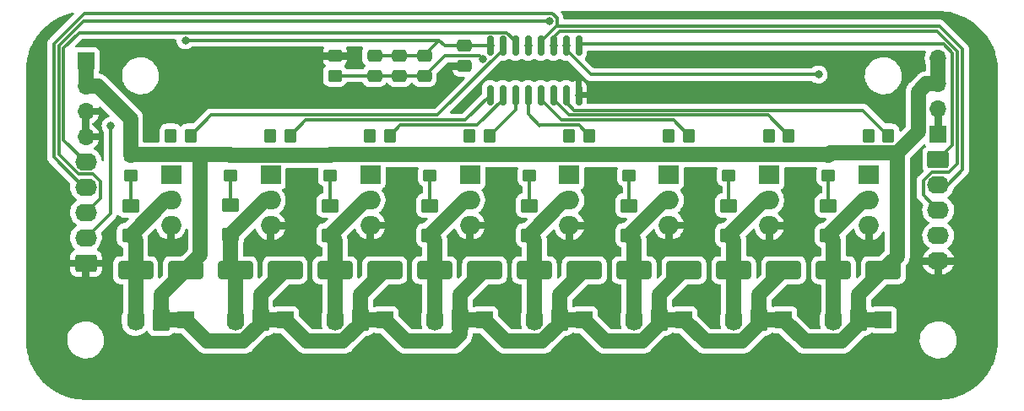
<source format=gtl>
G04 #@! TF.GenerationSoftware,KiCad,Pcbnew,7.0.1*
G04 #@! TF.CreationDate,2023-08-26T14:00:19-05:00*
G04 #@! TF.ProjectId,Shift Register Mosfet Array V2,53686966-7420-4526-9567-697374657220,rev?*
G04 #@! TF.SameCoordinates,Original*
G04 #@! TF.FileFunction,Copper,L1,Top*
G04 #@! TF.FilePolarity,Positive*
%FSLAX46Y46*%
G04 Gerber Fmt 4.6, Leading zero omitted, Abs format (unit mm)*
G04 Created by KiCad (PCBNEW 7.0.1) date 2023-08-26 14:00:19*
%MOMM*%
%LPD*%
G01*
G04 APERTURE LIST*
G04 Aperture macros list*
%AMRoundRect*
0 Rectangle with rounded corners*
0 $1 Rounding radius*
0 $2 $3 $4 $5 $6 $7 $8 $9 X,Y pos of 4 corners*
0 Add a 4 corners polygon primitive as box body*
4,1,4,$2,$3,$4,$5,$6,$7,$8,$9,$2,$3,0*
0 Add four circle primitives for the rounded corners*
1,1,$1+$1,$2,$3*
1,1,$1+$1,$4,$5*
1,1,$1+$1,$6,$7*
1,1,$1+$1,$8,$9*
0 Add four rect primitives between the rounded corners*
20,1,$1+$1,$2,$3,$4,$5,0*
20,1,$1+$1,$4,$5,$6,$7,0*
20,1,$1+$1,$6,$7,$8,$9,0*
20,1,$1+$1,$8,$9,$2,$3,0*%
G04 Aperture macros list end*
G04 #@! TA.AperFunction,SMDPad,CuDef*
%ADD10RoundRect,0.250000X-0.450000X0.350000X-0.450000X-0.350000X0.450000X-0.350000X0.450000X0.350000X0*%
G04 #@! TD*
G04 #@! TA.AperFunction,ComponentPad*
%ADD11O,1.700000X1.700000*%
G04 #@! TD*
G04 #@! TA.AperFunction,ComponentPad*
%ADD12R,1.700000X1.700000*%
G04 #@! TD*
G04 #@! TA.AperFunction,ComponentPad*
%ADD13RoundRect,0.250000X-0.845000X0.620000X-0.845000X-0.620000X0.845000X-0.620000X0.845000X0.620000X0*%
G04 #@! TD*
G04 #@! TA.AperFunction,ComponentPad*
%ADD14O,2.190000X1.740000*%
G04 #@! TD*
G04 #@! TA.AperFunction,ComponentPad*
%ADD15RoundRect,0.250000X0.620000X0.845000X-0.620000X0.845000X-0.620000X-0.845000X0.620000X-0.845000X0*%
G04 #@! TD*
G04 #@! TA.AperFunction,ComponentPad*
%ADD16O,1.740000X2.190000*%
G04 #@! TD*
G04 #@! TA.AperFunction,SMDPad,CuDef*
%ADD17RoundRect,0.250000X0.350000X0.450000X-0.350000X0.450000X-0.350000X-0.450000X0.350000X-0.450000X0*%
G04 #@! TD*
G04 #@! TA.AperFunction,ComponentPad*
%ADD18R,2.000000X1.905000*%
G04 #@! TD*
G04 #@! TA.AperFunction,ComponentPad*
%ADD19O,2.000000X1.905000*%
G04 #@! TD*
G04 #@! TA.AperFunction,SMDPad,CuDef*
%ADD20RoundRect,0.250000X-0.475000X0.337500X-0.475000X-0.337500X0.475000X-0.337500X0.475000X0.337500X0*%
G04 #@! TD*
G04 #@! TA.AperFunction,SMDPad,CuDef*
%ADD21RoundRect,0.250000X1.500000X0.650000X-1.500000X0.650000X-1.500000X-0.650000X1.500000X-0.650000X0*%
G04 #@! TD*
G04 #@! TA.AperFunction,ComponentPad*
%ADD22RoundRect,0.250000X0.845000X-0.620000X0.845000X0.620000X-0.845000X0.620000X-0.845000X-0.620000X0*%
G04 #@! TD*
G04 #@! TA.AperFunction,SMDPad,CuDef*
%ADD23RoundRect,0.250001X0.624999X-0.462499X0.624999X0.462499X-0.624999X0.462499X-0.624999X-0.462499X0*%
G04 #@! TD*
G04 #@! TA.AperFunction,SMDPad,CuDef*
%ADD24RoundRect,0.150000X0.150000X-0.825000X0.150000X0.825000X-0.150000X0.825000X-0.150000X-0.825000X0*%
G04 #@! TD*
G04 #@! TA.AperFunction,ViaPad*
%ADD25C,0.800000*%
G04 #@! TD*
G04 #@! TA.AperFunction,Conductor*
%ADD26C,1.500000*%
G04 #@! TD*
G04 #@! TA.AperFunction,Conductor*
%ADD27C,0.300000*%
G04 #@! TD*
G04 APERTURE END LIST*
D10*
X93500000Y-90500000D03*
X93500000Y-88500000D03*
D11*
X154000000Y-88760000D03*
X154000000Y-91300000D03*
X154000000Y-93840000D03*
D12*
X154000000Y-96380000D03*
D10*
X83000000Y-98500000D03*
X83000000Y-100500000D03*
D13*
X154000000Y-98920000D03*
D14*
X154000000Y-101460000D03*
X154000000Y-104000000D03*
X154000000Y-106540000D03*
X154000000Y-109080000D03*
D15*
X146040000Y-115000000D03*
D16*
X143500000Y-115000000D03*
D10*
X143000000Y-98500000D03*
X143000000Y-100500000D03*
D17*
X139000000Y-96500000D03*
X137000000Y-96500000D03*
D18*
X107055000Y-100420000D03*
D19*
X107055000Y-102960000D03*
X107055000Y-105500000D03*
D18*
X117000000Y-100460000D03*
D19*
X117000000Y-103000000D03*
X117000000Y-105540000D03*
D12*
X128500000Y-115000000D03*
D17*
X149000000Y-96500000D03*
X147000000Y-96500000D03*
D20*
X99970000Y-88477496D03*
X99970000Y-90552496D03*
D17*
X79000000Y-96500000D03*
X77000000Y-96500000D03*
D18*
X87055000Y-100460000D03*
D19*
X87055000Y-103000000D03*
X87055000Y-105540000D03*
D10*
X133000000Y-98500000D03*
X133000000Y-100500000D03*
D21*
X88500000Y-110000000D03*
X83500000Y-110000000D03*
D20*
X102470000Y-88477496D03*
X102470000Y-90552496D03*
D18*
X127000000Y-100420000D03*
D19*
X127000000Y-102960000D03*
X127000000Y-105500000D03*
D21*
X78500000Y-110000000D03*
X73500000Y-110000000D03*
D15*
X136040000Y-115000000D03*
D16*
X133500000Y-115000000D03*
D12*
X148500000Y-115000000D03*
X88500000Y-115000000D03*
D22*
X68520000Y-109310000D03*
D14*
X68520000Y-106770000D03*
X68520000Y-104230000D03*
X68520000Y-101690000D03*
X68520000Y-99150000D03*
D15*
X116040000Y-115000000D03*
D16*
X113500000Y-115000000D03*
D12*
X78500000Y-115000000D03*
D17*
X89000000Y-96500000D03*
X87000000Y-96500000D03*
X109000000Y-96500000D03*
X107000000Y-96500000D03*
D21*
X148500000Y-110000000D03*
X143500000Y-110000000D03*
D23*
X143000000Y-106500000D03*
X143000000Y-103525000D03*
X103000000Y-106500000D03*
X103000000Y-103525000D03*
D15*
X76040000Y-115000000D03*
D16*
X73500000Y-115000000D03*
D23*
X123000000Y-106500000D03*
X123000000Y-103525000D03*
D18*
X147055000Y-100460000D03*
D19*
X147055000Y-103000000D03*
X147055000Y-105540000D03*
D21*
X128500000Y-110000000D03*
X123500000Y-110000000D03*
X118500000Y-110000000D03*
X113500000Y-110000000D03*
D12*
X108500000Y-115000000D03*
D15*
X126040000Y-115000000D03*
D16*
X123500000Y-115000000D03*
D12*
X118500000Y-115000000D03*
D21*
X138500000Y-110000000D03*
X133500000Y-110000000D03*
D23*
X113000000Y-106500000D03*
X113000000Y-103525000D03*
D21*
X108500000Y-110000000D03*
X103500000Y-110000000D03*
D23*
X83000000Y-106475000D03*
X83000000Y-103500000D03*
D10*
X93000000Y-98500000D03*
X93000000Y-100500000D03*
D18*
X137055000Y-100460000D03*
D19*
X137055000Y-103000000D03*
X137055000Y-105540000D03*
D10*
X113000000Y-98500000D03*
X113000000Y-100500000D03*
D15*
X106040000Y-115000000D03*
D16*
X103500000Y-115000000D03*
D18*
X97055000Y-100420000D03*
D19*
X97055000Y-102960000D03*
X97055000Y-105500000D03*
D17*
X129000000Y-96500000D03*
X127000000Y-96500000D03*
D15*
X86040000Y-115000000D03*
D16*
X83500000Y-115000000D03*
D10*
X73000000Y-98500000D03*
X73000000Y-100500000D03*
D17*
X99000000Y-96500000D03*
X97000000Y-96500000D03*
D23*
X133000000Y-106500000D03*
X133000000Y-103525000D03*
D21*
X98500000Y-110000000D03*
X93500000Y-110000000D03*
D10*
X103000000Y-98500000D03*
X103000000Y-100500000D03*
D12*
X138500000Y-115000000D03*
D24*
X109055000Y-92450000D03*
X110325000Y-92450000D03*
X111595000Y-92450000D03*
X112865000Y-92450000D03*
X114135000Y-92450000D03*
X115405000Y-92450000D03*
X116675000Y-92450000D03*
X117945000Y-92450000D03*
X117945000Y-87500000D03*
X116675000Y-87500000D03*
X115405000Y-87500000D03*
X114135000Y-87500000D03*
X112865000Y-87500000D03*
X111595000Y-87500000D03*
X110325000Y-87500000D03*
X109055000Y-87500000D03*
D18*
X77055000Y-100420000D03*
D19*
X77055000Y-102960000D03*
X77055000Y-105500000D03*
D23*
X73000000Y-106500000D03*
X73000000Y-103525000D03*
D17*
X119000000Y-96500000D03*
X117000000Y-96500000D03*
D20*
X97460000Y-88477496D03*
X97460000Y-90552496D03*
D15*
X96040000Y-115000000D03*
D16*
X93500000Y-115000000D03*
D23*
X93000000Y-106500000D03*
X93000000Y-103525000D03*
D20*
X106500000Y-87462500D03*
X106500000Y-89537500D03*
D12*
X98500000Y-115000000D03*
D10*
X123000000Y-98500000D03*
X123000000Y-100500000D03*
D12*
X68520000Y-88990000D03*
D11*
X68520000Y-91530000D03*
X68520000Y-94070000D03*
X68520000Y-96610000D03*
D25*
X106500000Y-89500000D03*
X118000000Y-92500000D03*
X116675000Y-87500000D03*
X109055000Y-87500000D03*
X108338577Y-88838576D03*
X142000000Y-90375500D03*
X78500000Y-86940500D03*
X71000000Y-95500000D03*
X115405000Y-87500000D03*
X115000000Y-85000000D03*
X87000000Y-96500000D03*
X97000000Y-96500000D03*
X107000000Y-96500000D03*
X117000000Y-96500000D03*
X127000000Y-96500000D03*
X147000000Y-96500000D03*
X77000000Y-96500000D03*
X137000000Y-96500000D03*
X112865000Y-87500000D03*
D26*
X76040000Y-115000000D02*
X76040000Y-112460000D01*
D27*
X102470000Y-88477496D02*
X102470000Y-88411000D01*
X97407504Y-90500000D02*
X97460000Y-90552496D01*
X93500000Y-90500000D02*
X97407504Y-90500000D01*
X108000001Y-88500000D02*
X108338577Y-88838576D01*
X104522496Y-88500000D02*
X108000001Y-88500000D01*
X102470000Y-90552496D02*
X104522496Y-88500000D01*
X102470000Y-88411000D02*
X103940500Y-86940500D01*
X99970000Y-88477496D02*
X97460000Y-88477496D01*
X102470000Y-88477496D02*
X99970000Y-88477496D01*
X99970000Y-90552496D02*
X97460000Y-90552496D01*
X102470000Y-90552496D02*
X99970000Y-90552496D01*
X116675000Y-87912107D02*
X116675000Y-87500000D01*
X119138393Y-90375500D02*
X116675000Y-87912107D01*
X142000000Y-90375500D02*
X119138393Y-90375500D01*
D26*
X154000000Y-91300000D02*
X154000000Y-88760000D01*
X152797919Y-91300000D02*
X154000000Y-91300000D01*
X152000000Y-92097919D02*
X152797919Y-91300000D01*
X152000000Y-96138478D02*
X152000000Y-92097919D01*
D27*
X156445000Y-99960000D02*
X156445000Y-87832309D01*
X154945000Y-101460000D02*
X156445000Y-99960000D01*
X154000000Y-101460000D02*
X154945000Y-101460000D01*
X152500000Y-102500000D02*
X154000000Y-104000000D01*
X155945000Y-99288528D02*
X155093528Y-100140000D01*
X155093528Y-100140000D02*
X153369659Y-100140000D01*
X153369659Y-100140000D02*
X152500000Y-101009659D01*
X152500000Y-101009659D02*
X152500000Y-102500000D01*
X155945000Y-88039415D02*
X155945000Y-99288528D01*
X155445000Y-88246522D02*
X155445000Y-97475000D01*
X155445000Y-97475000D02*
X154000000Y-98920000D01*
X156445000Y-87832309D02*
X154112691Y-85500000D01*
X154112691Y-85500000D02*
X115722893Y-85500000D01*
X106500000Y-89500000D02*
X106500000Y-89537500D01*
X116675000Y-87500000D02*
X116675000Y-88330661D01*
X109017500Y-87462500D02*
X109055000Y-87500000D01*
X71000000Y-104290000D02*
X71000000Y-95500000D01*
X106462500Y-87500000D02*
X106500000Y-87462500D01*
X104500000Y-87500000D02*
X106462500Y-87500000D01*
X78500000Y-86940500D02*
X103940500Y-86940500D01*
X68520000Y-106770000D02*
X71000000Y-104290000D01*
X106500000Y-87462500D02*
X109017500Y-87462500D01*
X103940500Y-86940500D02*
X104500000Y-87500000D01*
D26*
X73500000Y-107000000D02*
X73000000Y-106500000D01*
X76540000Y-102960000D02*
X77055000Y-102960000D01*
X73000000Y-106500000D02*
X76540000Y-102960000D01*
X73500000Y-110000000D02*
X73500000Y-115000000D01*
X73500000Y-110000000D02*
X73500000Y-107000000D01*
D27*
X73000000Y-103525000D02*
X73000000Y-100500000D01*
D26*
X83000000Y-109500000D02*
X83500000Y-110000000D01*
X83000000Y-106475000D02*
X86475000Y-103000000D01*
X86475000Y-103000000D02*
X87055000Y-103000000D01*
X83500000Y-110000000D02*
X83500000Y-115000000D01*
X83000000Y-106475000D02*
X83000000Y-109500000D01*
D27*
X83000000Y-103500000D02*
X83000000Y-100500000D01*
D26*
X93500000Y-115000000D02*
X93500000Y-110000000D01*
X93500000Y-107000000D02*
X93000000Y-106500000D01*
X93500000Y-110000000D02*
X93500000Y-107000000D01*
X93000000Y-106500000D02*
X96540000Y-102960000D01*
X96540000Y-102960000D02*
X97055000Y-102960000D01*
D27*
X93000000Y-100500000D02*
X93000000Y-103525000D01*
D26*
X103500000Y-110000000D02*
X103500000Y-107000000D01*
X103000000Y-106500000D02*
X106540000Y-102960000D01*
X103500000Y-107000000D02*
X103000000Y-106500000D01*
X106540000Y-102960000D02*
X107055000Y-102960000D01*
X103500000Y-115000000D02*
X103500000Y-110000000D01*
D27*
X103000000Y-103525000D02*
X103000000Y-100500000D01*
D26*
X113000000Y-106500000D02*
X116500000Y-103000000D01*
X113500000Y-115000000D02*
X113500000Y-110000000D01*
X116500000Y-103000000D02*
X117000000Y-103000000D01*
X113500000Y-107000000D02*
X113000000Y-106500000D01*
X113500000Y-110000000D02*
X113500000Y-107000000D01*
D27*
X113000000Y-103525000D02*
X113000000Y-100500000D01*
D26*
X123500000Y-110000000D02*
X123500000Y-107000000D01*
X123500000Y-107000000D02*
X123000000Y-106500000D01*
X123000000Y-106500000D02*
X126540000Y-102960000D01*
X126540000Y-102960000D02*
X127000000Y-102960000D01*
X123500000Y-115000000D02*
X123500000Y-110000000D01*
D27*
X123000000Y-103525000D02*
X123000000Y-100500000D01*
D26*
X133000000Y-106500000D02*
X136500000Y-103000000D01*
X133500000Y-115000000D02*
X133500000Y-110000000D01*
X136500000Y-103000000D02*
X137055000Y-103000000D01*
X133500000Y-107000000D02*
X133000000Y-106500000D01*
X133500000Y-110000000D02*
X133500000Y-107000000D01*
D27*
X133000000Y-103525000D02*
X133000000Y-100500000D01*
D26*
X143000000Y-106500000D02*
X146500000Y-103000000D01*
X143500000Y-110000000D02*
X143500000Y-107000000D01*
X143500000Y-107000000D02*
X143000000Y-106500000D01*
X146500000Y-103000000D02*
X147055000Y-103000000D01*
X143500000Y-115000000D02*
X143500000Y-110000000D01*
D27*
X143000000Y-103525000D02*
X143000000Y-100500000D01*
D26*
X86040000Y-112460000D02*
X88500000Y-110000000D01*
X78500000Y-115000000D02*
X80645000Y-117145000D01*
X86040000Y-115000000D02*
X88500000Y-115000000D01*
X106040000Y-115000000D02*
X108500000Y-115000000D01*
X116040000Y-115000000D02*
X116040000Y-112460000D01*
X124295290Y-117145000D02*
X126040000Y-115400290D01*
X130645000Y-117145000D02*
X134295290Y-117145000D01*
X118500000Y-115000000D02*
X120645000Y-117145000D01*
X76040000Y-115000000D02*
X78500000Y-115000000D01*
X80645000Y-117145000D02*
X84295290Y-117145000D01*
X126040000Y-115000000D02*
X126040000Y-112460000D01*
X82917500Y-98417500D02*
X83000000Y-98500000D01*
X96040000Y-112460000D02*
X98500000Y-110000000D01*
X114295290Y-117145000D02*
X116040000Y-115400290D01*
X126040000Y-115000000D02*
X128500000Y-115000000D01*
X68520000Y-88990000D02*
X68520000Y-91530000D01*
X106040000Y-115000000D02*
X106040000Y-112460000D01*
X88500000Y-115000000D02*
X90645000Y-117145000D01*
X138500000Y-115000000D02*
X140645000Y-117145000D01*
X116040000Y-115000000D02*
X118500000Y-115000000D01*
X120645000Y-117145000D02*
X124295290Y-117145000D01*
X96040000Y-115000000D02*
X96040000Y-112460000D01*
X149888478Y-98250000D02*
X149888478Y-108611522D01*
X108500000Y-115000000D02*
X110645000Y-117145000D01*
X90645000Y-117145000D02*
X94295290Y-117145000D01*
X110645000Y-117145000D02*
X114295290Y-117145000D01*
X94295290Y-117145000D02*
X96040000Y-115400290D01*
X73000000Y-94807919D02*
X69722081Y-91530000D01*
X83042500Y-98457500D02*
X92957500Y-98457500D01*
X86040000Y-115000000D02*
X86040000Y-112460000D01*
X142917500Y-98417500D02*
X143000000Y-98500000D01*
X86040000Y-115400290D02*
X86040000Y-115000000D01*
X106040000Y-116460000D02*
X106040000Y-115000000D01*
X134295290Y-117145000D02*
X136040000Y-115400290D01*
X78500000Y-110000000D02*
X80000000Y-108500000D01*
X98500000Y-115000000D02*
X100645000Y-117145000D01*
X136040000Y-115000000D02*
X136040000Y-112460000D01*
X149888478Y-98250000D02*
X152000000Y-96138478D01*
X105355000Y-117145000D02*
X106040000Y-116460000D01*
X93000000Y-98500000D02*
X93082500Y-98417500D01*
X106040000Y-112460000D02*
X108500000Y-110000000D01*
X149888478Y-108611522D02*
X148500000Y-110000000D01*
X69722081Y-91530000D02*
X68520000Y-91530000D01*
X126040000Y-115400290D02*
X126040000Y-115000000D01*
X83000000Y-98500000D02*
X83042500Y-98457500D01*
X146040000Y-115000000D02*
X146040000Y-112460000D01*
X76040000Y-112460000D02*
X78500000Y-110000000D01*
X136040000Y-112460000D02*
X138500000Y-110000000D01*
X73000000Y-98500000D02*
X73082500Y-98417500D01*
X144295290Y-117145000D02*
X146040000Y-115400290D01*
X73000000Y-98500000D02*
X73000000Y-94807919D01*
X116040000Y-115400290D02*
X116040000Y-115000000D01*
X146040000Y-112460000D02*
X148500000Y-110000000D01*
X73082500Y-98417500D02*
X80000000Y-98417500D01*
X100645000Y-117145000D02*
X105355000Y-117145000D01*
X128500000Y-115000000D02*
X130645000Y-117145000D01*
X93082500Y-98417500D02*
X142917500Y-98417500D01*
X84295290Y-117145000D02*
X86040000Y-115400290D01*
X146040000Y-115000000D02*
X148500000Y-115000000D01*
X80000000Y-98417500D02*
X82917500Y-98417500D01*
X136040000Y-115000000D02*
X138500000Y-115000000D01*
X136040000Y-115400290D02*
X136040000Y-115000000D01*
X143250000Y-98250000D02*
X149888478Y-98250000D01*
X140645000Y-117145000D02*
X144295290Y-117145000D01*
X92957500Y-98457500D02*
X93000000Y-98500000D01*
X96040000Y-115400290D02*
X96040000Y-115000000D01*
X80000000Y-108500000D02*
X80000000Y-98417500D01*
X126040000Y-112460000D02*
X128500000Y-110000000D01*
X143000000Y-98500000D02*
X143250000Y-98250000D01*
X116040000Y-112460000D02*
X118500000Y-110000000D01*
X96040000Y-115000000D02*
X98500000Y-115000000D01*
X146040000Y-115400290D02*
X146040000Y-115000000D01*
D27*
X68292894Y-85000000D02*
X115000000Y-85000000D01*
X69965000Y-101084659D02*
X69250341Y-100370000D01*
X65790000Y-98370341D02*
X65790000Y-87502893D01*
X69965000Y-102785000D02*
X69965000Y-101084659D01*
X65790000Y-87502894D02*
X68292894Y-85000000D01*
X116000000Y-86000000D02*
X115405000Y-86595000D01*
X68520000Y-104230000D02*
X69965000Y-102785000D01*
X155945000Y-88039415D02*
X153905585Y-86000000D01*
X69250341Y-100370000D02*
X67789659Y-100370000D01*
X67789659Y-100370000D02*
X65790000Y-98370341D01*
X153905585Y-86000000D02*
X116000000Y-86000000D01*
X115405000Y-86595000D02*
X115405000Y-87500000D01*
X115310661Y-84250000D02*
X115750000Y-84689339D01*
X115750000Y-84689339D02*
X115750000Y-85472893D01*
X115722893Y-85500000D02*
X114135000Y-87087893D01*
X65290000Y-98685000D02*
X65290000Y-87295788D01*
X68335788Y-84250000D02*
X115310661Y-84250000D01*
X65290000Y-87295788D02*
X68335788Y-84250000D01*
X68295000Y-101690000D02*
X65290000Y-98685000D01*
X114135000Y-87087893D02*
X114135000Y-87500000D01*
X68520000Y-101690000D02*
X68295000Y-101690000D01*
X115750000Y-85472893D02*
X115722893Y-85500000D01*
X66290000Y-87710000D02*
X67825000Y-86175000D01*
X111595000Y-87087893D02*
X111595000Y-87500000D01*
X66290000Y-96920000D02*
X66290000Y-87710000D01*
X67825000Y-86175000D02*
X110682107Y-86175000D01*
X68520000Y-99150000D02*
X66290000Y-96920000D01*
X110682107Y-86175000D02*
X111595000Y-87087893D01*
X118105000Y-87340000D02*
X154538478Y-87340000D01*
X154538478Y-87340000D02*
X155445000Y-88246522D01*
X117945000Y-87500000D02*
X118105000Y-87340000D01*
X110325000Y-87912107D02*
X103787107Y-94450000D01*
X81050000Y-94450000D02*
X79000000Y-96500000D01*
X103787107Y-94450000D02*
X81050000Y-94450000D01*
X110325000Y-87500000D02*
X110325000Y-87912107D01*
X89000000Y-96500000D02*
X90550000Y-94950000D01*
X106555000Y-94950000D02*
X109055000Y-92450000D01*
X90550000Y-94950000D02*
X106555000Y-94950000D01*
X100050000Y-95450000D02*
X99000000Y-96500000D01*
X110325000Y-92450000D02*
X110325000Y-92862107D01*
X110325000Y-92862107D02*
X107737107Y-95450000D01*
X107737107Y-95450000D02*
X100050000Y-95450000D01*
X111595000Y-93905000D02*
X109000000Y-96500000D01*
X111595000Y-92450000D02*
X111595000Y-93905000D01*
X117950000Y-95450000D02*
X114050000Y-95450000D01*
X114000000Y-95500000D02*
X112865000Y-94365000D01*
X114050000Y-95450000D02*
X114000000Y-95500000D01*
X119000000Y-96500000D02*
X117950000Y-95450000D01*
X112865000Y-94365000D02*
X112865000Y-92450000D01*
X116222893Y-94950000D02*
X127450000Y-94950000D01*
X127450000Y-94950000D02*
X129000000Y-96500000D01*
X114135000Y-92862107D02*
X116222893Y-94950000D01*
X114135000Y-92450000D02*
X114135000Y-92862107D01*
X136950000Y-94450000D02*
X139000000Y-96500000D01*
X116992893Y-94450000D02*
X136950000Y-94450000D01*
X115405000Y-92450000D02*
X115405000Y-92862107D01*
X115405000Y-92862107D02*
X116992893Y-94450000D01*
X116675000Y-92450000D02*
X116675000Y-93175000D01*
X116675000Y-93175000D02*
X117450000Y-93950000D01*
X146450000Y-93950000D02*
X149000000Y-96500000D01*
X117450000Y-93950000D02*
X146450000Y-93950000D01*
G04 #@! TA.AperFunction,Conductor*
G36*
X154002442Y-84000596D02*
G01*
X154008703Y-84000841D01*
X154241171Y-84009975D01*
X154241419Y-84010051D01*
X154241420Y-84009985D01*
X154241531Y-84009989D01*
X154472173Y-84019529D01*
X154481571Y-84020278D01*
X154723187Y-84048876D01*
X154952341Y-84077440D01*
X154961183Y-84078870D01*
X155199560Y-84126286D01*
X155200339Y-84126445D01*
X155426298Y-84173824D01*
X155434444Y-84175824D01*
X155668182Y-84241745D01*
X155669753Y-84242200D01*
X155890895Y-84308037D01*
X155898400Y-84310535D01*
X156126259Y-84394597D01*
X156128273Y-84395362D01*
X156343145Y-84479205D01*
X156349963Y-84482104D01*
X156570464Y-84583756D01*
X156572903Y-84584914D01*
X156780180Y-84686245D01*
X156786241Y-84689421D01*
X156998057Y-84808044D01*
X157000853Y-84809659D01*
X157199040Y-84927753D01*
X157204420Y-84931150D01*
X157406284Y-85066031D01*
X157409373Y-85068166D01*
X157597098Y-85202199D01*
X157601768Y-85205704D01*
X157680682Y-85267914D01*
X157792387Y-85355976D01*
X157795748Y-85358722D01*
X157971759Y-85507796D01*
X157975764Y-85511341D01*
X158140925Y-85664015D01*
X158153973Y-85676076D01*
X158157483Y-85679451D01*
X158320547Y-85842515D01*
X158323922Y-85846025D01*
X158488657Y-86024234D01*
X158492208Y-86028246D01*
X158624521Y-86184467D01*
X158641266Y-86204238D01*
X158644022Y-86207611D01*
X158794285Y-86398218D01*
X158797810Y-86402915D01*
X158931814Y-86590599D01*
X158933982Y-86593737D01*
X159068845Y-86795574D01*
X159072259Y-86800980D01*
X159158228Y-86945255D01*
X159190298Y-86999074D01*
X159191964Y-87001959D01*
X159198934Y-87014404D01*
X159310495Y-87213611D01*
X159310559Y-87213724D01*
X159313771Y-87219853D01*
X159415059Y-87427042D01*
X159416268Y-87429589D01*
X159517890Y-87650026D01*
X159520797Y-87656864D01*
X159604608Y-87871653D01*
X159605427Y-87873809D01*
X159689457Y-88101582D01*
X159691966Y-88109119D01*
X159757777Y-88330173D01*
X159758276Y-88331896D01*
X159824166Y-88565524D01*
X159826183Y-88573736D01*
X159873506Y-88799430D01*
X159873762Y-88800686D01*
X159921127Y-89038810D01*
X159922558Y-89047663D01*
X159951103Y-89276658D01*
X159951195Y-89277421D01*
X159979717Y-89518401D01*
X159980471Y-89527852D01*
X159990014Y-89758577D01*
X159990024Y-89758833D01*
X159999404Y-89997557D01*
X159999500Y-90002425D01*
X159999500Y-116997575D01*
X159999404Y-117002444D01*
X159990024Y-117241167D01*
X159990014Y-117241422D01*
X159980471Y-117472146D01*
X159979717Y-117481597D01*
X159951195Y-117722577D01*
X159951103Y-117723340D01*
X159922558Y-117952335D01*
X159921127Y-117961188D01*
X159873762Y-118199312D01*
X159873506Y-118200568D01*
X159826183Y-118426262D01*
X159824166Y-118434474D01*
X159758276Y-118668102D01*
X159757777Y-118669825D01*
X159691966Y-118890879D01*
X159689457Y-118898416D01*
X159605427Y-119126189D01*
X159604608Y-119128345D01*
X159520797Y-119343134D01*
X159517890Y-119349972D01*
X159416268Y-119570409D01*
X159415059Y-119572956D01*
X159313771Y-119780145D01*
X159310559Y-119786274D01*
X159191964Y-119998039D01*
X159190298Y-120000924D01*
X159072266Y-120199007D01*
X159068845Y-120204424D01*
X158933982Y-120406261D01*
X158931797Y-120409424D01*
X158797823Y-120597066D01*
X158794285Y-120601780D01*
X158644022Y-120792387D01*
X158641266Y-120795760D01*
X158492224Y-120971734D01*
X158488657Y-120975764D01*
X158323922Y-121153973D01*
X158320547Y-121157483D01*
X158157483Y-121320547D01*
X158153973Y-121323922D01*
X157975764Y-121488657D01*
X157971734Y-121492224D01*
X157795760Y-121641266D01*
X157792387Y-121644022D01*
X157601780Y-121794285D01*
X157597066Y-121797823D01*
X157409424Y-121931797D01*
X157406261Y-121933982D01*
X157204424Y-122068845D01*
X157199007Y-122072266D01*
X157000924Y-122190298D01*
X156998039Y-122191964D01*
X156786274Y-122310559D01*
X156780145Y-122313771D01*
X156572956Y-122415059D01*
X156570409Y-122416268D01*
X156349972Y-122517890D01*
X156343134Y-122520797D01*
X156128345Y-122604608D01*
X156126189Y-122605427D01*
X155898416Y-122689457D01*
X155890879Y-122691966D01*
X155669825Y-122757777D01*
X155668102Y-122758276D01*
X155434474Y-122824166D01*
X155426262Y-122826183D01*
X155200568Y-122873506D01*
X155199312Y-122873762D01*
X154961188Y-122921127D01*
X154952335Y-122922558D01*
X154723340Y-122951103D01*
X154722577Y-122951195D01*
X154481597Y-122979717D01*
X154472146Y-122980471D01*
X154241422Y-122990014D01*
X154241167Y-122990024D01*
X154009467Y-122999128D01*
X154002442Y-122999404D01*
X153997575Y-122999500D01*
X68502425Y-122999500D01*
X68497557Y-122999404D01*
X68258832Y-122990024D01*
X68258579Y-122989946D01*
X68258577Y-122990014D01*
X68027852Y-122980471D01*
X68018401Y-122979717D01*
X67777421Y-122951195D01*
X67776658Y-122951103D01*
X67547663Y-122922558D01*
X67538810Y-122921127D01*
X67300686Y-122873762D01*
X67299430Y-122873506D01*
X67073736Y-122826183D01*
X67065524Y-122824166D01*
X66831896Y-122758276D01*
X66830173Y-122757777D01*
X66609119Y-122691966D01*
X66601582Y-122689457D01*
X66373809Y-122605427D01*
X66371653Y-122604608D01*
X66156864Y-122520797D01*
X66150026Y-122517890D01*
X65929589Y-122416268D01*
X65927042Y-122415059D01*
X65719853Y-122313771D01*
X65713732Y-122310563D01*
X65586754Y-122239452D01*
X65501959Y-122191964D01*
X65499100Y-122190313D01*
X65300980Y-122072259D01*
X65295574Y-122068845D01*
X65093737Y-121933982D01*
X65090599Y-121931814D01*
X64902915Y-121797810D01*
X64898218Y-121794285D01*
X64707611Y-121644022D01*
X64704238Y-121641266D01*
X64528246Y-121492208D01*
X64524234Y-121488657D01*
X64346025Y-121323922D01*
X64342515Y-121320547D01*
X64179451Y-121157483D01*
X64176076Y-121153973D01*
X64011341Y-120975764D01*
X64007796Y-120971759D01*
X63858722Y-120795748D01*
X63855976Y-120792387D01*
X63705713Y-120601780D01*
X63702199Y-120597098D01*
X63568166Y-120409373D01*
X63566031Y-120406284D01*
X63431150Y-120204420D01*
X63427753Y-120199040D01*
X63309659Y-120000853D01*
X63308034Y-119998039D01*
X63189421Y-119786241D01*
X63186245Y-119780180D01*
X63084914Y-119572903D01*
X63083756Y-119570464D01*
X62982104Y-119349963D01*
X62979201Y-119343134D01*
X62895362Y-119128273D01*
X62894597Y-119126259D01*
X62810535Y-118898400D01*
X62808037Y-118890895D01*
X62742200Y-118669753D01*
X62741745Y-118668182D01*
X62675824Y-118434444D01*
X62673824Y-118426298D01*
X62626445Y-118200339D01*
X62626286Y-118199560D01*
X62578870Y-117961183D01*
X62577440Y-117952335D01*
X62548876Y-117723187D01*
X62520278Y-117481571D01*
X62519529Y-117472173D01*
X62509975Y-117241166D01*
X62503162Y-117067764D01*
X66645787Y-117067764D01*
X66675413Y-117337016D01*
X66709998Y-117469304D01*
X66743928Y-117599088D01*
X66797720Y-117725670D01*
X66849871Y-117848392D01*
X66990982Y-118079611D01*
X67121968Y-118237007D01*
X67164255Y-118287820D01*
X67365998Y-118468582D01*
X67591910Y-118618044D01*
X67698211Y-118667875D01*
X67837177Y-118733021D01*
X68096562Y-118811058D01*
X68096569Y-118811060D01*
X68364561Y-118850500D01*
X68567631Y-118850500D01*
X68567634Y-118850500D01*
X68770156Y-118835677D01*
X68770155Y-118835677D01*
X69034553Y-118776780D01*
X69287558Y-118680014D01*
X69523777Y-118547441D01*
X69738177Y-118381888D01*
X69926186Y-118186881D01*
X70083799Y-117966579D01*
X70207656Y-117725675D01*
X70295118Y-117469305D01*
X70344319Y-117202933D01*
X70354212Y-116932235D01*
X70324586Y-116662982D01*
X70256072Y-116400912D01*
X70150130Y-116151610D01*
X70009018Y-115920390D01*
X70009017Y-115920388D01*
X69835746Y-115712181D01*
X69803422Y-115683219D01*
X69634002Y-115531418D01*
X69408090Y-115381956D01*
X69408086Y-115381954D01*
X69162822Y-115266978D01*
X68903437Y-115188941D01*
X68903431Y-115188940D01*
X68635439Y-115149500D01*
X68432369Y-115149500D01*
X68432366Y-115149500D01*
X68229843Y-115164322D01*
X67965449Y-115223219D01*
X67712441Y-115319986D01*
X67476223Y-115452559D01*
X67261825Y-115618109D01*
X67073813Y-115813120D01*
X66916201Y-116033420D01*
X66792342Y-116274329D01*
X66704881Y-116530695D01*
X66655680Y-116797066D01*
X66645787Y-117067764D01*
X62503162Y-117067764D01*
X62500596Y-117002443D01*
X62500500Y-116997575D01*
X62500500Y-109685000D01*
X66925001Y-109685000D01*
X66925001Y-109979979D01*
X66935493Y-110082695D01*
X66990642Y-110249122D01*
X67082683Y-110398345D01*
X67206654Y-110522316D01*
X67355877Y-110614357D01*
X67522303Y-110669506D01*
X67625021Y-110680000D01*
X68145000Y-110680000D01*
X68145000Y-109685000D01*
X68895000Y-109685000D01*
X68895000Y-110679999D01*
X69414979Y-110679999D01*
X69517695Y-110669506D01*
X69684122Y-110614357D01*
X69833345Y-110522316D01*
X69957316Y-110398345D01*
X70049357Y-110249122D01*
X70104506Y-110082696D01*
X70115000Y-109979979D01*
X70115000Y-109685000D01*
X68895000Y-109685000D01*
X68145000Y-109685000D01*
X66925001Y-109685000D01*
X62500500Y-109685000D01*
X62500500Y-90002424D01*
X62500596Y-89997556D01*
X62503093Y-89934005D01*
X62509991Y-89758427D01*
X62510491Y-89746342D01*
X62519529Y-89527822D01*
X62520278Y-89518432D01*
X62548869Y-89276868D01*
X62577442Y-89047650D01*
X62578868Y-89038825D01*
X62626313Y-88800302D01*
X62626430Y-88799730D01*
X62673826Y-88573687D01*
X62675820Y-88565569D01*
X62741770Y-88331727D01*
X62742178Y-88330318D01*
X62808043Y-88109085D01*
X62810529Y-88101617D01*
X62894623Y-87873669D01*
X62895334Y-87871799D01*
X62979215Y-87656830D01*
X62982093Y-87650059D01*
X63083790Y-87429461D01*
X63084881Y-87427162D01*
X63186260Y-87219789D01*
X63189405Y-87213788D01*
X63308082Y-87001874D01*
X63309621Y-86999209D01*
X63427774Y-86800923D01*
X63431127Y-86795613D01*
X63566073Y-86593654D01*
X63568123Y-86590686D01*
X63702228Y-86402860D01*
X63705673Y-86398271D01*
X63856004Y-86207576D01*
X63858676Y-86204305D01*
X64007835Y-86028194D01*
X64011302Y-86024277D01*
X64176126Y-85845971D01*
X64179400Y-85842567D01*
X64342566Y-85679401D01*
X64345971Y-85676126D01*
X64524277Y-85511302D01*
X64528194Y-85507835D01*
X64704305Y-85358676D01*
X64707576Y-85356004D01*
X64898271Y-85205673D01*
X64902860Y-85202228D01*
X65090686Y-85068123D01*
X65093654Y-85066073D01*
X65295613Y-84931127D01*
X65300923Y-84927774D01*
X65499209Y-84809621D01*
X65501874Y-84808082D01*
X65713788Y-84689405D01*
X65719789Y-84686260D01*
X65927162Y-84584881D01*
X65929461Y-84583790D01*
X66150059Y-84482093D01*
X66156830Y-84479215D01*
X66371799Y-84395334D01*
X66373669Y-84394623D01*
X66601617Y-84310529D01*
X66609085Y-84308043D01*
X66830318Y-84242178D01*
X66831727Y-84241770D01*
X67065569Y-84175820D01*
X67073694Y-84173825D01*
X67195358Y-84148315D01*
X67258143Y-84151432D01*
X67311334Y-84184942D01*
X67341254Y-84240231D01*
X67340215Y-84303088D01*
X67308482Y-84357357D01*
X64890484Y-86775356D01*
X64873831Y-86788698D01*
X64824133Y-86841621D01*
X64821427Y-86844414D01*
X64801083Y-86864759D01*
X64798376Y-86868248D01*
X64790807Y-86877109D01*
X64759551Y-86910395D01*
X64749322Y-86929000D01*
X64738645Y-86945255D01*
X64725636Y-86962026D01*
X64707506Y-87003920D01*
X64702370Y-87014404D01*
X64680372Y-87054420D01*
X64675091Y-87074987D01*
X64668791Y-87093388D01*
X64660364Y-87112862D01*
X64653223Y-87157949D01*
X64650855Y-87169386D01*
X64639500Y-87213612D01*
X64639500Y-87234833D01*
X64637973Y-87254232D01*
X64634653Y-87275191D01*
X64638950Y-87320649D01*
X64639500Y-87332318D01*
X64639500Y-98599495D01*
X64637158Y-98620704D01*
X64639439Y-98693262D01*
X64639500Y-98697157D01*
X64639500Y-98725926D01*
X64640053Y-98730307D01*
X64640968Y-98741940D01*
X64642402Y-98787569D01*
X64648323Y-98807950D01*
X64652267Y-98826995D01*
X64654928Y-98848059D01*
X64671737Y-98890515D01*
X64675520Y-98901563D01*
X64688256Y-98945400D01*
X64699061Y-98963670D01*
X64707621Y-98981143D01*
X64715432Y-99000871D01*
X64718981Y-99005756D01*
X64742267Y-99037808D01*
X64748673Y-99047560D01*
X64771919Y-99086865D01*
X64771921Y-99086867D01*
X64786925Y-99101871D01*
X64799562Y-99116667D01*
X64812037Y-99133837D01*
X64833813Y-99151852D01*
X64847212Y-99162936D01*
X64855854Y-99170800D01*
X66929321Y-101244267D01*
X66961963Y-101301977D01*
X66960205Y-101368256D01*
X66950417Y-101400216D01*
X66936798Y-101506572D01*
X66922935Y-101614831D01*
X66920784Y-101631627D01*
X66930685Y-101864704D01*
X66979836Y-102092767D01*
X67066819Y-102309231D01*
X67066821Y-102309235D01*
X67189138Y-102507891D01*
X67315436Y-102651394D01*
X67343270Y-102683019D01*
X67524776Y-102829576D01*
X67565101Y-102852103D01*
X67610217Y-102895343D01*
X67628515Y-102955094D01*
X67615350Y-103016182D01*
X67574064Y-103063092D01*
X67430912Y-103159846D01*
X67262483Y-103321272D01*
X67123760Y-103508838D01*
X67018730Y-103717152D01*
X66985612Y-103825293D01*
X66950417Y-103940220D01*
X66920829Y-104171279D01*
X66920784Y-104171627D01*
X66930685Y-104404704D01*
X66979836Y-104632767D01*
X67066819Y-104849231D01*
X67066821Y-104849235D01*
X67189138Y-105047891D01*
X67257002Y-105125000D01*
X67343270Y-105223019D01*
X67524776Y-105369576D01*
X67565101Y-105392103D01*
X67610217Y-105435343D01*
X67628515Y-105495094D01*
X67615350Y-105556182D01*
X67574064Y-105603092D01*
X67430912Y-105699846D01*
X67262483Y-105861272D01*
X67123760Y-106048838D01*
X67018730Y-106257152D01*
X66985612Y-106365293D01*
X66950417Y-106480220D01*
X66924552Y-106682206D01*
X66920784Y-106711627D01*
X66930685Y-106944704D01*
X66979836Y-107172767D01*
X67066819Y-107389231D01*
X67066821Y-107389235D01*
X67189138Y-107587891D01*
X67335447Y-107754131D01*
X67343270Y-107763019D01*
X67383230Y-107795285D01*
X67421557Y-107848546D01*
X67427337Y-107913908D01*
X67398953Y-107973069D01*
X67366256Y-107994861D01*
X67368213Y-107998034D01*
X67206654Y-108097683D01*
X67082683Y-108221654D01*
X66990642Y-108370877D01*
X66935493Y-108537303D01*
X66925000Y-108640021D01*
X66925000Y-108935000D01*
X70114999Y-108935000D01*
X70114999Y-108640021D01*
X70104506Y-108537304D01*
X70049357Y-108370877D01*
X69957316Y-108221654D01*
X69833345Y-108097683D01*
X69671787Y-107998034D01*
X69673573Y-107995137D01*
X69642622Y-107974975D01*
X69613546Y-107919004D01*
X69615765Y-107855971D01*
X69648702Y-107802185D01*
X69777516Y-107678728D01*
X69916240Y-107491161D01*
X70021270Y-107282847D01*
X70089583Y-107059780D01*
X70119216Y-106828376D01*
X70109314Y-106595293D01*
X70060164Y-106367235D01*
X70028367Y-106288107D01*
X70019430Y-106241002D01*
X70029034Y-106194022D01*
X70055743Y-106154201D01*
X71399513Y-104810431D01*
X71416162Y-104797094D01*
X71417936Y-104795204D01*
X71417940Y-104795202D01*
X71465898Y-104744130D01*
X71468546Y-104741398D01*
X71488912Y-104721034D01*
X71491612Y-104717551D01*
X71499188Y-104708680D01*
X71530448Y-104675393D01*
X71540672Y-104656793D01*
X71551351Y-104640536D01*
X71564363Y-104623763D01*
X71582498Y-104581852D01*
X71587633Y-104571374D01*
X71617177Y-104517637D01*
X71620476Y-104519450D01*
X71637936Y-104488554D01*
X71693583Y-104455934D01*
X71758086Y-104455679D01*
X71813990Y-104487857D01*
X71906344Y-104580211D01*
X72055663Y-104672313D01*
X72222202Y-104727499D01*
X72324992Y-104738000D01*
X72694164Y-104738000D01*
X72750459Y-104751515D01*
X72794482Y-104789115D01*
X72816637Y-104842602D01*
X72812095Y-104900318D01*
X72781845Y-104949681D01*
X72480845Y-105250681D01*
X72440617Y-105277561D01*
X72393164Y-105287000D01*
X72324992Y-105287000D01*
X72222202Y-105297500D01*
X72055663Y-105352686D01*
X71906344Y-105444788D01*
X71782288Y-105568844D01*
X71690186Y-105718163D01*
X71635000Y-105884702D01*
X71624500Y-105987492D01*
X71624500Y-107012508D01*
X71635000Y-107115297D01*
X71690186Y-107281836D01*
X71782288Y-107431155D01*
X71906344Y-107555211D01*
X72055663Y-107647313D01*
X72055665Y-107647313D01*
X72055666Y-107647314D01*
X72164505Y-107683379D01*
X72208829Y-107709258D01*
X72238877Y-107750869D01*
X72249500Y-107801085D01*
X72249500Y-108475501D01*
X72232887Y-108537501D01*
X72187500Y-108582888D01*
X72125500Y-108599501D01*
X71949991Y-108599501D01*
X71847203Y-108610000D01*
X71680665Y-108665186D01*
X71531342Y-108757288D01*
X71407288Y-108881342D01*
X71315186Y-109030665D01*
X71260000Y-109197202D01*
X71249500Y-109299990D01*
X71249500Y-110700008D01*
X71260000Y-110802796D01*
X71315186Y-110969334D01*
X71407288Y-111118657D01*
X71531342Y-111242711D01*
X71531344Y-111242712D01*
X71680666Y-111334814D01*
X71792017Y-111371712D01*
X71847202Y-111389999D01*
X71949991Y-111400500D01*
X72125500Y-111400500D01*
X72187500Y-111417113D01*
X72232887Y-111462500D01*
X72249500Y-111524500D01*
X72249500Y-114179109D01*
X72242417Y-114220418D01*
X72168925Y-114428418D01*
X72129500Y-114658351D01*
X72129500Y-115283220D01*
X72144329Y-115457451D01*
X72203114Y-115683220D01*
X72299207Y-115895801D01*
X72392222Y-116033421D01*
X72429847Y-116089088D01*
X72591272Y-116257516D01*
X72778839Y-116396240D01*
X72987153Y-116501270D01*
X73210220Y-116569583D01*
X73441624Y-116599216D01*
X73674707Y-116589314D01*
X73902765Y-116540164D01*
X74119235Y-116453179D01*
X74317891Y-116330862D01*
X74493018Y-116176731D01*
X74524911Y-116137231D01*
X74578178Y-116098902D01*
X74643547Y-116093126D01*
X74702710Y-116121521D01*
X74724344Y-116153993D01*
X74727578Y-116151999D01*
X74735185Y-116164333D01*
X74735186Y-116164334D01*
X74755818Y-116197785D01*
X74827288Y-116313657D01*
X74951342Y-116437711D01*
X74962505Y-116444596D01*
X75100666Y-116529814D01*
X75186975Y-116558414D01*
X75267202Y-116584999D01*
X75277703Y-116586071D01*
X75369991Y-116595500D01*
X76710008Y-116595499D01*
X76812797Y-116584999D01*
X76979334Y-116529814D01*
X77128656Y-116437712D01*
X77252712Y-116313656D01*
X77252713Y-116313653D01*
X77254431Y-116311936D01*
X77304353Y-116281506D01*
X77362669Y-116277333D01*
X77390359Y-116289188D01*
X77390965Y-116287565D01*
X77407666Y-116293794D01*
X77407669Y-116293796D01*
X77542517Y-116344091D01*
X77602127Y-116350500D01*
X78030663Y-116350499D01*
X78078116Y-116359938D01*
X78118343Y-116386817D01*
X78917390Y-117185865D01*
X79706186Y-117974661D01*
X79715452Y-117985029D01*
X79737493Y-118012667D01*
X79787387Y-118056259D01*
X79793483Y-118061958D01*
X79800470Y-118068945D01*
X79813245Y-118079610D01*
X79831789Y-118095092D01*
X79833904Y-118096899D01*
X79907004Y-118160765D01*
X79910763Y-118163011D01*
X79926624Y-118174265D01*
X79929981Y-118177068D01*
X79971397Y-118200568D01*
X80014450Y-118224997D01*
X80016854Y-118226397D01*
X80100236Y-118276215D01*
X80100239Y-118276216D01*
X80104323Y-118277749D01*
X80121953Y-118285996D01*
X80125168Y-118287820D01*
X80125755Y-118288153D01*
X80217468Y-118320245D01*
X80219998Y-118321162D01*
X80310976Y-118355307D01*
X80314972Y-118356032D01*
X80315269Y-118356086D01*
X80334088Y-118361053D01*
X80338217Y-118362498D01*
X80434251Y-118377707D01*
X80436847Y-118378149D01*
X80500369Y-118389677D01*
X80532452Y-118395500D01*
X80532453Y-118395500D01*
X80536830Y-118395500D01*
X80556226Y-118397026D01*
X80560540Y-118397710D01*
X80655299Y-118395583D01*
X80657622Y-118395531D01*
X80660404Y-118395500D01*
X84218104Y-118395500D01*
X84231988Y-118396280D01*
X84267116Y-118400238D01*
X84267116Y-118400237D01*
X84267117Y-118400238D01*
X84333224Y-118395780D01*
X84341564Y-118395500D01*
X84351440Y-118395500D01*
X84351445Y-118395500D01*
X84392090Y-118391841D01*
X84394794Y-118391628D01*
X84491702Y-118385096D01*
X84495942Y-118384027D01*
X84515127Y-118380768D01*
X84519478Y-118380377D01*
X84613146Y-118354525D01*
X84615756Y-118353836D01*
X84709973Y-118330096D01*
X84713948Y-118328290D01*
X84732251Y-118321655D01*
X84736457Y-118320494D01*
X84736457Y-118320493D01*
X84736460Y-118320493D01*
X84824029Y-118278321D01*
X84826455Y-118277187D01*
X84914916Y-118237007D01*
X84918499Y-118234524D01*
X84935329Y-118224723D01*
X84939263Y-118222829D01*
X85017898Y-118165696D01*
X85020071Y-118164155D01*
X85099944Y-118108820D01*
X85103030Y-118105732D01*
X85117833Y-118093089D01*
X85121368Y-118090522D01*
X85188529Y-118020275D01*
X85190386Y-118018376D01*
X86576945Y-116631817D01*
X86617173Y-116604938D01*
X86664626Y-116595499D01*
X86710009Y-116595499D01*
X86761402Y-116590248D01*
X86812797Y-116584999D01*
X86979334Y-116529814D01*
X87128656Y-116437712D01*
X87252712Y-116313656D01*
X87252713Y-116313653D01*
X87254431Y-116311936D01*
X87304353Y-116281506D01*
X87362669Y-116277333D01*
X87390359Y-116289188D01*
X87390965Y-116287565D01*
X87407666Y-116293794D01*
X87407669Y-116293796D01*
X87542517Y-116344091D01*
X87602127Y-116350500D01*
X88030663Y-116350499D01*
X88078116Y-116359938D01*
X88118343Y-116386817D01*
X88917390Y-117185865D01*
X89706186Y-117974661D01*
X89715452Y-117985029D01*
X89737493Y-118012667D01*
X89787387Y-118056259D01*
X89793483Y-118061958D01*
X89800470Y-118068945D01*
X89813245Y-118079610D01*
X89831789Y-118095092D01*
X89833904Y-118096899D01*
X89907004Y-118160765D01*
X89910763Y-118163011D01*
X89926624Y-118174265D01*
X89929981Y-118177068D01*
X89971397Y-118200568D01*
X90014450Y-118224997D01*
X90016854Y-118226397D01*
X90100236Y-118276215D01*
X90100239Y-118276216D01*
X90104323Y-118277749D01*
X90121953Y-118285996D01*
X90125168Y-118287820D01*
X90125755Y-118288153D01*
X90217468Y-118320245D01*
X90219998Y-118321162D01*
X90310976Y-118355307D01*
X90314972Y-118356032D01*
X90315269Y-118356086D01*
X90334088Y-118361053D01*
X90338217Y-118362498D01*
X90434251Y-118377707D01*
X90436847Y-118378149D01*
X90500369Y-118389677D01*
X90532452Y-118395500D01*
X90532453Y-118395500D01*
X90536830Y-118395500D01*
X90556226Y-118397026D01*
X90560540Y-118397710D01*
X90655299Y-118395583D01*
X90657622Y-118395531D01*
X90660404Y-118395500D01*
X94218104Y-118395500D01*
X94231988Y-118396280D01*
X94267116Y-118400238D01*
X94267116Y-118400237D01*
X94267117Y-118400238D01*
X94333224Y-118395780D01*
X94341564Y-118395500D01*
X94351440Y-118395500D01*
X94351445Y-118395500D01*
X94392090Y-118391841D01*
X94394794Y-118391628D01*
X94491702Y-118385096D01*
X94495942Y-118384027D01*
X94515127Y-118380768D01*
X94519478Y-118380377D01*
X94613146Y-118354525D01*
X94615756Y-118353836D01*
X94709973Y-118330096D01*
X94713948Y-118328290D01*
X94732251Y-118321655D01*
X94736457Y-118320494D01*
X94736457Y-118320493D01*
X94736460Y-118320493D01*
X94824029Y-118278321D01*
X94826455Y-118277187D01*
X94914916Y-118237007D01*
X94918499Y-118234524D01*
X94935329Y-118224723D01*
X94939263Y-118222829D01*
X95017898Y-118165696D01*
X95020071Y-118164155D01*
X95099944Y-118108820D01*
X95103030Y-118105732D01*
X95117833Y-118093089D01*
X95121368Y-118090522D01*
X95188529Y-118020275D01*
X95190386Y-118018376D01*
X96576944Y-116631818D01*
X96617173Y-116604938D01*
X96664626Y-116595499D01*
X96710009Y-116595499D01*
X96761402Y-116590248D01*
X96812797Y-116584999D01*
X96979334Y-116529814D01*
X97128656Y-116437712D01*
X97252712Y-116313656D01*
X97252713Y-116313653D01*
X97254431Y-116311936D01*
X97304353Y-116281506D01*
X97362669Y-116277333D01*
X97390359Y-116289188D01*
X97390965Y-116287565D01*
X97407666Y-116293794D01*
X97407669Y-116293796D01*
X97542517Y-116344091D01*
X97602127Y-116350500D01*
X98030663Y-116350499D01*
X98078116Y-116359938D01*
X98118343Y-116386817D01*
X98917390Y-117185865D01*
X99706186Y-117974661D01*
X99715452Y-117985029D01*
X99737493Y-118012667D01*
X99787387Y-118056259D01*
X99793483Y-118061958D01*
X99800470Y-118068945D01*
X99813245Y-118079610D01*
X99831789Y-118095092D01*
X99833904Y-118096899D01*
X99907004Y-118160765D01*
X99910763Y-118163011D01*
X99926624Y-118174265D01*
X99929981Y-118177068D01*
X99971397Y-118200568D01*
X100014450Y-118224997D01*
X100016854Y-118226397D01*
X100100236Y-118276215D01*
X100100239Y-118276216D01*
X100104323Y-118277749D01*
X100121953Y-118285996D01*
X100125168Y-118287820D01*
X100125755Y-118288153D01*
X100217468Y-118320245D01*
X100219998Y-118321162D01*
X100310976Y-118355307D01*
X100314972Y-118356032D01*
X100315269Y-118356086D01*
X100334088Y-118361053D01*
X100338217Y-118362498D01*
X100434251Y-118377707D01*
X100436847Y-118378149D01*
X100500369Y-118389677D01*
X100532452Y-118395500D01*
X100532453Y-118395500D01*
X100536830Y-118395500D01*
X100556226Y-118397026D01*
X100560540Y-118397710D01*
X100655299Y-118395583D01*
X100657622Y-118395531D01*
X100660404Y-118395500D01*
X105277814Y-118395500D01*
X105291698Y-118396280D01*
X105326826Y-118400238D01*
X105326826Y-118400237D01*
X105326827Y-118400238D01*
X105392934Y-118395780D01*
X105401274Y-118395500D01*
X105411150Y-118395500D01*
X105411155Y-118395500D01*
X105451800Y-118391841D01*
X105454504Y-118391628D01*
X105551412Y-118385096D01*
X105555652Y-118384027D01*
X105574837Y-118380768D01*
X105579188Y-118380377D01*
X105672856Y-118354525D01*
X105675466Y-118353836D01*
X105769683Y-118330096D01*
X105773658Y-118328290D01*
X105791961Y-118321655D01*
X105796167Y-118320494D01*
X105796167Y-118320493D01*
X105796170Y-118320493D01*
X105883739Y-118278321D01*
X105886165Y-118277187D01*
X105974626Y-118237007D01*
X105978209Y-118234524D01*
X105995039Y-118224723D01*
X105998973Y-118222829D01*
X106077608Y-118165696D01*
X106079781Y-118164155D01*
X106159654Y-118108820D01*
X106162740Y-118105732D01*
X106177543Y-118093089D01*
X106181078Y-118090522D01*
X106248239Y-118020275D01*
X106250096Y-118018376D01*
X106869667Y-117398805D01*
X106880016Y-117389557D01*
X106907666Y-117367508D01*
X106951267Y-117317601D01*
X106956956Y-117311517D01*
X106963944Y-117304530D01*
X106990099Y-117273200D01*
X106991856Y-117271143D01*
X107055765Y-117197996D01*
X107058002Y-117194251D01*
X107069269Y-117178370D01*
X107072068Y-117175019D01*
X107120008Y-117090529D01*
X107121375Y-117088182D01*
X107171214Y-117004765D01*
X107171215Y-117004764D01*
X107172749Y-117000674D01*
X107180998Y-116983041D01*
X107183153Y-116979245D01*
X107215253Y-116887507D01*
X107216153Y-116885023D01*
X107250307Y-116794024D01*
X107251087Y-116789723D01*
X107256052Y-116770913D01*
X107257498Y-116766783D01*
X107272708Y-116670746D01*
X107273144Y-116668181D01*
X107290500Y-116572547D01*
X107290500Y-116568170D01*
X107292027Y-116548771D01*
X107292710Y-116544460D01*
X107290531Y-116447378D01*
X107290500Y-116444596D01*
X107290500Y-116428688D01*
X107304624Y-116371213D01*
X107343780Y-116326832D01*
X107399046Y-116305655D01*
X107457832Y-116312505D01*
X107542517Y-116344091D01*
X107602127Y-116350500D01*
X108030663Y-116350499D01*
X108078116Y-116359938D01*
X108118343Y-116386817D01*
X108917390Y-117185865D01*
X109706186Y-117974661D01*
X109715452Y-117985029D01*
X109737493Y-118012667D01*
X109787387Y-118056259D01*
X109793483Y-118061958D01*
X109800470Y-118068945D01*
X109813245Y-118079610D01*
X109831789Y-118095092D01*
X109833904Y-118096899D01*
X109907004Y-118160765D01*
X109910763Y-118163011D01*
X109926624Y-118174265D01*
X109929981Y-118177068D01*
X109971397Y-118200568D01*
X110014450Y-118224997D01*
X110016854Y-118226397D01*
X110100236Y-118276215D01*
X110100239Y-118276216D01*
X110104323Y-118277749D01*
X110121953Y-118285996D01*
X110125168Y-118287820D01*
X110125755Y-118288153D01*
X110217468Y-118320245D01*
X110219998Y-118321162D01*
X110310976Y-118355307D01*
X110314972Y-118356032D01*
X110315269Y-118356086D01*
X110334088Y-118361053D01*
X110338217Y-118362498D01*
X110434251Y-118377707D01*
X110436847Y-118378149D01*
X110500369Y-118389677D01*
X110532452Y-118395500D01*
X110532453Y-118395500D01*
X110536830Y-118395500D01*
X110556226Y-118397026D01*
X110560540Y-118397710D01*
X110655299Y-118395583D01*
X110657622Y-118395531D01*
X110660404Y-118395500D01*
X114218104Y-118395500D01*
X114231988Y-118396280D01*
X114267116Y-118400238D01*
X114267116Y-118400237D01*
X114267117Y-118400238D01*
X114333224Y-118395780D01*
X114341564Y-118395500D01*
X114351440Y-118395500D01*
X114351445Y-118395500D01*
X114392090Y-118391841D01*
X114394794Y-118391628D01*
X114491702Y-118385096D01*
X114495942Y-118384027D01*
X114515127Y-118380768D01*
X114519478Y-118380377D01*
X114613146Y-118354525D01*
X114615756Y-118353836D01*
X114709973Y-118330096D01*
X114713948Y-118328290D01*
X114732251Y-118321655D01*
X114736457Y-118320494D01*
X114736457Y-118320493D01*
X114736460Y-118320493D01*
X114824029Y-118278321D01*
X114826455Y-118277187D01*
X114914916Y-118237007D01*
X114918499Y-118234524D01*
X114935329Y-118224723D01*
X114939263Y-118222829D01*
X115017898Y-118165696D01*
X115020071Y-118164155D01*
X115099944Y-118108820D01*
X115103030Y-118105732D01*
X115117833Y-118093089D01*
X115121368Y-118090522D01*
X115188529Y-118020275D01*
X115190386Y-118018376D01*
X116576944Y-116631818D01*
X116617173Y-116604938D01*
X116664626Y-116595499D01*
X116710009Y-116595499D01*
X116761402Y-116590248D01*
X116812797Y-116584999D01*
X116979334Y-116529814D01*
X117128656Y-116437712D01*
X117252712Y-116313656D01*
X117252713Y-116313653D01*
X117254431Y-116311936D01*
X117304353Y-116281506D01*
X117362669Y-116277333D01*
X117390359Y-116289188D01*
X117390965Y-116287565D01*
X117407666Y-116293794D01*
X117407669Y-116293796D01*
X117542517Y-116344091D01*
X117602127Y-116350500D01*
X118030663Y-116350499D01*
X118078116Y-116359938D01*
X118118343Y-116386817D01*
X118917390Y-117185865D01*
X119706186Y-117974661D01*
X119715452Y-117985029D01*
X119737493Y-118012667D01*
X119787387Y-118056259D01*
X119793483Y-118061958D01*
X119800470Y-118068945D01*
X119813245Y-118079610D01*
X119831789Y-118095092D01*
X119833904Y-118096899D01*
X119907004Y-118160765D01*
X119910763Y-118163011D01*
X119926624Y-118174265D01*
X119929981Y-118177068D01*
X119971397Y-118200568D01*
X120014450Y-118224997D01*
X120016854Y-118226397D01*
X120100236Y-118276215D01*
X120100239Y-118276216D01*
X120104323Y-118277749D01*
X120121953Y-118285996D01*
X120125168Y-118287820D01*
X120125755Y-118288153D01*
X120217468Y-118320245D01*
X120219998Y-118321162D01*
X120310976Y-118355307D01*
X120314972Y-118356032D01*
X120315269Y-118356086D01*
X120334088Y-118361053D01*
X120338217Y-118362498D01*
X120434251Y-118377707D01*
X120436847Y-118378149D01*
X120500369Y-118389677D01*
X120532452Y-118395500D01*
X120532453Y-118395500D01*
X120536830Y-118395500D01*
X120556226Y-118397026D01*
X120560540Y-118397710D01*
X120655299Y-118395583D01*
X120657622Y-118395531D01*
X120660404Y-118395500D01*
X124218104Y-118395500D01*
X124231988Y-118396280D01*
X124267116Y-118400238D01*
X124267116Y-118400237D01*
X124267117Y-118400238D01*
X124333224Y-118395780D01*
X124341564Y-118395500D01*
X124351440Y-118395500D01*
X124351445Y-118395500D01*
X124392090Y-118391841D01*
X124394794Y-118391628D01*
X124491702Y-118385096D01*
X124495942Y-118384027D01*
X124515127Y-118380768D01*
X124519478Y-118380377D01*
X124613146Y-118354525D01*
X124615756Y-118353836D01*
X124709973Y-118330096D01*
X124713948Y-118328290D01*
X124732251Y-118321655D01*
X124736457Y-118320494D01*
X124736457Y-118320493D01*
X124736460Y-118320493D01*
X124824029Y-118278321D01*
X124826455Y-118277187D01*
X124914916Y-118237007D01*
X124918499Y-118234524D01*
X124935329Y-118224723D01*
X124939263Y-118222829D01*
X125017898Y-118165696D01*
X125020071Y-118164155D01*
X125099944Y-118108820D01*
X125103030Y-118105732D01*
X125117833Y-118093089D01*
X125121368Y-118090522D01*
X125188529Y-118020275D01*
X125190386Y-118018376D01*
X126576944Y-116631818D01*
X126617173Y-116604938D01*
X126664626Y-116595499D01*
X126710009Y-116595499D01*
X126761402Y-116590248D01*
X126812797Y-116584999D01*
X126979334Y-116529814D01*
X127128656Y-116437712D01*
X127252712Y-116313656D01*
X127252713Y-116313653D01*
X127254431Y-116311936D01*
X127304353Y-116281506D01*
X127362669Y-116277333D01*
X127390359Y-116289188D01*
X127390965Y-116287565D01*
X127407666Y-116293794D01*
X127407669Y-116293796D01*
X127542517Y-116344091D01*
X127602127Y-116350500D01*
X128030663Y-116350499D01*
X128078116Y-116359938D01*
X128118343Y-116386817D01*
X128917390Y-117185865D01*
X129706186Y-117974661D01*
X129715452Y-117985029D01*
X129737493Y-118012667D01*
X129787387Y-118056259D01*
X129793483Y-118061958D01*
X129800470Y-118068945D01*
X129813245Y-118079610D01*
X129831789Y-118095092D01*
X129833904Y-118096899D01*
X129907004Y-118160765D01*
X129910763Y-118163011D01*
X129926624Y-118174265D01*
X129929981Y-118177068D01*
X129971397Y-118200568D01*
X130014450Y-118224997D01*
X130016854Y-118226397D01*
X130100236Y-118276215D01*
X130100239Y-118276216D01*
X130104323Y-118277749D01*
X130121953Y-118285996D01*
X130125168Y-118287820D01*
X130125755Y-118288153D01*
X130217468Y-118320245D01*
X130219998Y-118321162D01*
X130310976Y-118355307D01*
X130314972Y-118356032D01*
X130315269Y-118356086D01*
X130334088Y-118361053D01*
X130338217Y-118362498D01*
X130434251Y-118377707D01*
X130436847Y-118378149D01*
X130500369Y-118389677D01*
X130532452Y-118395500D01*
X130532453Y-118395500D01*
X130536830Y-118395500D01*
X130556226Y-118397026D01*
X130560540Y-118397710D01*
X130655299Y-118395583D01*
X130657622Y-118395531D01*
X130660404Y-118395500D01*
X134218104Y-118395500D01*
X134231988Y-118396280D01*
X134267116Y-118400238D01*
X134267116Y-118400237D01*
X134267117Y-118400238D01*
X134333224Y-118395780D01*
X134341564Y-118395500D01*
X134351440Y-118395500D01*
X134351445Y-118395500D01*
X134392090Y-118391841D01*
X134394794Y-118391628D01*
X134491702Y-118385096D01*
X134495942Y-118384027D01*
X134515127Y-118380768D01*
X134519478Y-118380377D01*
X134613146Y-118354525D01*
X134615756Y-118353836D01*
X134709973Y-118330096D01*
X134713948Y-118328290D01*
X134732251Y-118321655D01*
X134736457Y-118320494D01*
X134736457Y-118320493D01*
X134736460Y-118320493D01*
X134824029Y-118278321D01*
X134826455Y-118277187D01*
X134914916Y-118237007D01*
X134918499Y-118234524D01*
X134935329Y-118224723D01*
X134939263Y-118222829D01*
X135017898Y-118165696D01*
X135020071Y-118164155D01*
X135099944Y-118108820D01*
X135103030Y-118105732D01*
X135117833Y-118093089D01*
X135121368Y-118090522D01*
X135188529Y-118020275D01*
X135190386Y-118018376D01*
X136576944Y-116631818D01*
X136617173Y-116604938D01*
X136664626Y-116595499D01*
X136710009Y-116595499D01*
X136761402Y-116590248D01*
X136812797Y-116584999D01*
X136979334Y-116529814D01*
X137128656Y-116437712D01*
X137252712Y-116313656D01*
X137252713Y-116313653D01*
X137254431Y-116311936D01*
X137304353Y-116281506D01*
X137362669Y-116277333D01*
X137390359Y-116289188D01*
X137390965Y-116287565D01*
X137407666Y-116293794D01*
X137407669Y-116293796D01*
X137542517Y-116344091D01*
X137602127Y-116350500D01*
X138030663Y-116350499D01*
X138078116Y-116359938D01*
X138118343Y-116386817D01*
X138917390Y-117185865D01*
X139706186Y-117974661D01*
X139715452Y-117985029D01*
X139737493Y-118012667D01*
X139787387Y-118056259D01*
X139793483Y-118061958D01*
X139800470Y-118068945D01*
X139813245Y-118079610D01*
X139831789Y-118095092D01*
X139833904Y-118096899D01*
X139907004Y-118160765D01*
X139910763Y-118163011D01*
X139926624Y-118174265D01*
X139929981Y-118177068D01*
X139971397Y-118200568D01*
X140014450Y-118224997D01*
X140016854Y-118226397D01*
X140100236Y-118276215D01*
X140100239Y-118276216D01*
X140104323Y-118277749D01*
X140121953Y-118285996D01*
X140125168Y-118287820D01*
X140125755Y-118288153D01*
X140217468Y-118320245D01*
X140219998Y-118321162D01*
X140310976Y-118355307D01*
X140314972Y-118356032D01*
X140315269Y-118356086D01*
X140334088Y-118361053D01*
X140338217Y-118362498D01*
X140434251Y-118377707D01*
X140436847Y-118378149D01*
X140500369Y-118389677D01*
X140532452Y-118395500D01*
X140532453Y-118395500D01*
X140536830Y-118395500D01*
X140556226Y-118397026D01*
X140560540Y-118397710D01*
X140655299Y-118395583D01*
X140657622Y-118395531D01*
X140660404Y-118395500D01*
X144218104Y-118395500D01*
X144231988Y-118396280D01*
X144267116Y-118400238D01*
X144267116Y-118400237D01*
X144267117Y-118400238D01*
X144333224Y-118395780D01*
X144341564Y-118395500D01*
X144351440Y-118395500D01*
X144351445Y-118395500D01*
X144392090Y-118391841D01*
X144394794Y-118391628D01*
X144491702Y-118385096D01*
X144495942Y-118384027D01*
X144515127Y-118380768D01*
X144519478Y-118380377D01*
X144613146Y-118354525D01*
X144615756Y-118353836D01*
X144709973Y-118330096D01*
X144713948Y-118328290D01*
X144732251Y-118321655D01*
X144736457Y-118320494D01*
X144736457Y-118320493D01*
X144736460Y-118320493D01*
X144824029Y-118278321D01*
X144826455Y-118277187D01*
X144914916Y-118237007D01*
X144918499Y-118234524D01*
X144935329Y-118224723D01*
X144939263Y-118222829D01*
X145017898Y-118165696D01*
X145020071Y-118164155D01*
X145099944Y-118108820D01*
X145103030Y-118105732D01*
X145117833Y-118093089D01*
X145121368Y-118090522D01*
X145188529Y-118020275D01*
X145190386Y-118018376D01*
X146140998Y-117067764D01*
X152145787Y-117067764D01*
X152175413Y-117337016D01*
X152209998Y-117469304D01*
X152243928Y-117599088D01*
X152297720Y-117725670D01*
X152349871Y-117848392D01*
X152490982Y-118079611D01*
X152621968Y-118237007D01*
X152664255Y-118287820D01*
X152865998Y-118468582D01*
X153091910Y-118618044D01*
X153198211Y-118667875D01*
X153337177Y-118733021D01*
X153596562Y-118811058D01*
X153596569Y-118811060D01*
X153864561Y-118850500D01*
X154067631Y-118850500D01*
X154067634Y-118850500D01*
X154270156Y-118835677D01*
X154270155Y-118835677D01*
X154534553Y-118776780D01*
X154787558Y-118680014D01*
X155023777Y-118547441D01*
X155238177Y-118381888D01*
X155426186Y-118186881D01*
X155583799Y-117966579D01*
X155707656Y-117725675D01*
X155795118Y-117469305D01*
X155844319Y-117202933D01*
X155854212Y-116932235D01*
X155824586Y-116662982D01*
X155756072Y-116400912D01*
X155650130Y-116151610D01*
X155509018Y-115920390D01*
X155509017Y-115920388D01*
X155335746Y-115712181D01*
X155303422Y-115683219D01*
X155134002Y-115531418D01*
X154908090Y-115381956D01*
X154908086Y-115381954D01*
X154662822Y-115266978D01*
X154403437Y-115188941D01*
X154403431Y-115188940D01*
X154135439Y-115149500D01*
X153932369Y-115149500D01*
X153932366Y-115149500D01*
X153729843Y-115164322D01*
X153465449Y-115223219D01*
X153212441Y-115319986D01*
X152976223Y-115452559D01*
X152761825Y-115618109D01*
X152573813Y-115813120D01*
X152416201Y-116033420D01*
X152292342Y-116274329D01*
X152204881Y-116530695D01*
X152155680Y-116797066D01*
X152145787Y-117067764D01*
X146140998Y-117067764D01*
X146576944Y-116631818D01*
X146617173Y-116604938D01*
X146664626Y-116595499D01*
X146710009Y-116595499D01*
X146761402Y-116590248D01*
X146812797Y-116584999D01*
X146979334Y-116529814D01*
X147128656Y-116437712D01*
X147252712Y-116313656D01*
X147252713Y-116313653D01*
X147254431Y-116311936D01*
X147304353Y-116281506D01*
X147362669Y-116277333D01*
X147390359Y-116289188D01*
X147390965Y-116287565D01*
X147407666Y-116293794D01*
X147407669Y-116293796D01*
X147542517Y-116344091D01*
X147602127Y-116350500D01*
X149397872Y-116350499D01*
X149457483Y-116344091D01*
X149592331Y-116293796D01*
X149707546Y-116207546D01*
X149793796Y-116092331D01*
X149844091Y-115957483D01*
X149850500Y-115897873D01*
X149850499Y-114102128D01*
X149844091Y-114042517D01*
X149793796Y-113907669D01*
X149707546Y-113792454D01*
X149592331Y-113706204D01*
X149457483Y-113655909D01*
X149397873Y-113649500D01*
X149397869Y-113649500D01*
X147602130Y-113649500D01*
X147542515Y-113655909D01*
X147457833Y-113687494D01*
X147399046Y-113694345D01*
X147343780Y-113673168D01*
X147304624Y-113628787D01*
X147290500Y-113571312D01*
X147290500Y-113029336D01*
X147299939Y-112981883D01*
X147326819Y-112941655D01*
X148831655Y-111436818D01*
X148871883Y-111409938D01*
X148919336Y-111400499D01*
X150050009Y-111400499D01*
X150101402Y-111395248D01*
X150152797Y-111389999D01*
X150319334Y-111334814D01*
X150468656Y-111242712D01*
X150592712Y-111118656D01*
X150684814Y-110969334D01*
X150739999Y-110802797D01*
X150750500Y-110700009D01*
X150750499Y-109572027D01*
X150758405Y-109528459D01*
X150781115Y-109490447D01*
X150799745Y-109469123D01*
X150805434Y-109463039D01*
X150812422Y-109456052D01*
X150813300Y-109455000D01*
X152454364Y-109455000D01*
X152460316Y-109482620D01*
X152547267Y-109699005D01*
X152669543Y-109897594D01*
X152823618Y-110072657D01*
X153005057Y-110219160D01*
X153208653Y-110332895D01*
X153428545Y-110410588D01*
X153625000Y-110444274D01*
X153625000Y-109455000D01*
X154375000Y-109455000D01*
X154375000Y-110442186D01*
X154457364Y-110435176D01*
X154683054Y-110376410D01*
X154895557Y-110280353D01*
X155088772Y-110149763D01*
X155257139Y-109988396D01*
X155395812Y-109800898D01*
X155500803Y-109592660D01*
X155542962Y-109455000D01*
X154375000Y-109455000D01*
X153625000Y-109455000D01*
X152454364Y-109455000D01*
X150813300Y-109455000D01*
X150838577Y-109424722D01*
X150840334Y-109422665D01*
X150875184Y-109382777D01*
X150904240Y-109349522D01*
X150904241Y-109349520D01*
X150904243Y-109349518D01*
X150906480Y-109345773D01*
X150917747Y-109329892D01*
X150920546Y-109326541D01*
X150968486Y-109242051D01*
X150969853Y-109239704D01*
X151004509Y-109181699D01*
X151019693Y-109156286D01*
X151021227Y-109152196D01*
X151029476Y-109134563D01*
X151031631Y-109130767D01*
X151063731Y-109039029D01*
X151064631Y-109036545D01*
X151098785Y-108945546D01*
X151099565Y-108941245D01*
X151104530Y-108922435D01*
X151105976Y-108918305D01*
X151121186Y-108822268D01*
X151121622Y-108819703D01*
X151138978Y-108724069D01*
X151138978Y-108719692D01*
X151140505Y-108700293D01*
X151141188Y-108695982D01*
X151139009Y-108598900D01*
X151138978Y-108596118D01*
X151138978Y-98819336D01*
X151148417Y-98771883D01*
X151175297Y-98731655D01*
X151505366Y-98401586D01*
X152496382Y-97410568D01*
X152549126Y-97379274D01*
X152610419Y-97377085D01*
X152665264Y-97404538D01*
X152700243Y-97454918D01*
X152706647Y-97472090D01*
X152739373Y-97515806D01*
X152763615Y-97579090D01*
X152750966Y-97645668D01*
X152705205Y-97695654D01*
X152686341Y-97707289D01*
X152562288Y-97831342D01*
X152470186Y-97980665D01*
X152415000Y-98147202D01*
X152404500Y-98249990D01*
X152404500Y-99590008D01*
X152415000Y-99692796D01*
X152470187Y-99859337D01*
X152517976Y-99936817D01*
X152535732Y-99988713D01*
X152529364Y-100043191D01*
X152500118Y-100089593D01*
X152100484Y-100489227D01*
X152083831Y-100502569D01*
X152034133Y-100555492D01*
X152031427Y-100558285D01*
X152011083Y-100578630D01*
X152008376Y-100582119D01*
X152000807Y-100590980D01*
X151969551Y-100624266D01*
X151959322Y-100642871D01*
X151948645Y-100659126D01*
X151935636Y-100675897D01*
X151917506Y-100717791D01*
X151912370Y-100728275D01*
X151890372Y-100768291D01*
X151885091Y-100788858D01*
X151878791Y-100807259D01*
X151870364Y-100826733D01*
X151863223Y-100871820D01*
X151860855Y-100883257D01*
X151849500Y-100927483D01*
X151849500Y-100948704D01*
X151847973Y-100968103D01*
X151844653Y-100989062D01*
X151848950Y-101034520D01*
X151849500Y-101046189D01*
X151849500Y-102414495D01*
X151847158Y-102435704D01*
X151849439Y-102508262D01*
X151849500Y-102512157D01*
X151849500Y-102540926D01*
X151850053Y-102545307D01*
X151850968Y-102556940D01*
X151852402Y-102602569D01*
X151858323Y-102622950D01*
X151862267Y-102641995D01*
X151864928Y-102663059D01*
X151881737Y-102705515D01*
X151885520Y-102716563D01*
X151898256Y-102760400D01*
X151909061Y-102778670D01*
X151917621Y-102796143D01*
X151925432Y-102815871D01*
X151938648Y-102834062D01*
X151952267Y-102852808D01*
X151958673Y-102862560D01*
X151981919Y-102901865D01*
X151981921Y-102901867D01*
X151996925Y-102916871D01*
X152009564Y-102931669D01*
X152022037Y-102948837D01*
X152057212Y-102977936D01*
X152065854Y-102985800D01*
X152462071Y-103382017D01*
X152494714Y-103439728D01*
X152492955Y-103506007D01*
X152430417Y-103710217D01*
X152400784Y-103941627D01*
X152410685Y-104174704D01*
X152459836Y-104402767D01*
X152531806Y-104581870D01*
X152546821Y-104619235D01*
X152669138Y-104817891D01*
X152794056Y-104959826D01*
X152823270Y-104993019D01*
X153004776Y-105139576D01*
X153045101Y-105162103D01*
X153090217Y-105205343D01*
X153108515Y-105265094D01*
X153095350Y-105326182D01*
X153054064Y-105373092D01*
X152910912Y-105469846D01*
X152742483Y-105631272D01*
X152603760Y-105818838D01*
X152498730Y-106027152D01*
X152430417Y-106250219D01*
X152400784Y-106481627D01*
X152410685Y-106714704D01*
X152459836Y-106942767D01*
X152519119Y-107090297D01*
X152546821Y-107159235D01*
X152666124Y-107352996D01*
X152669139Y-107357892D01*
X152823270Y-107533019D01*
X153004776Y-107679576D01*
X153045590Y-107702376D01*
X153090706Y-107745616D01*
X153109004Y-107805367D01*
X153095839Y-107866455D01*
X153054553Y-107913365D01*
X152911227Y-108010236D01*
X152742860Y-108171603D01*
X152604187Y-108359101D01*
X152499196Y-108567339D01*
X152457038Y-108705000D01*
X155545636Y-108705000D01*
X155539683Y-108677379D01*
X155452732Y-108460994D01*
X155330456Y-108262405D01*
X155176381Y-108087342D01*
X154994940Y-107940837D01*
X154954433Y-107918209D01*
X154909318Y-107874970D01*
X154891020Y-107815218D01*
X154904185Y-107754131D01*
X154945469Y-107707222D01*
X155089088Y-107610153D01*
X155257516Y-107448728D01*
X155396240Y-107261161D01*
X155501270Y-107052847D01*
X155569583Y-106829780D01*
X155599216Y-106598376D01*
X155589314Y-106365293D01*
X155540164Y-106137235D01*
X155535432Y-106125460D01*
X155453180Y-105920768D01*
X155453179Y-105920765D01*
X155330862Y-105722109D01*
X155176731Y-105546982D01*
X155172845Y-105543844D01*
X154995221Y-105400421D01*
X154954897Y-105377895D01*
X154909782Y-105334655D01*
X154891484Y-105274904D01*
X154904649Y-105213816D01*
X154945933Y-105166909D01*
X155089088Y-105070153D01*
X155257516Y-104908728D01*
X155396240Y-104721161D01*
X155501270Y-104512847D01*
X155569583Y-104289780D01*
X155599216Y-104058376D01*
X155589314Y-103825293D01*
X155540164Y-103597235D01*
X155540127Y-103597144D01*
X155453180Y-103380768D01*
X155453179Y-103380765D01*
X155330862Y-103182109D01*
X155176731Y-103006982D01*
X155176729Y-103006980D01*
X154995221Y-102860421D01*
X154954897Y-102837895D01*
X154909782Y-102794655D01*
X154891484Y-102734904D01*
X154904649Y-102673816D01*
X154945933Y-102626909D01*
X155089088Y-102530153D01*
X155257516Y-102368728D01*
X155396240Y-102181161D01*
X155501270Y-101972847D01*
X155558074Y-101787356D01*
X155588956Y-101735988D01*
X156844513Y-100480431D01*
X156861162Y-100467094D01*
X156862936Y-100465204D01*
X156862940Y-100465202D01*
X156910898Y-100414130D01*
X156913546Y-100411398D01*
X156933911Y-100391035D01*
X156936611Y-100387552D01*
X156944187Y-100378681D01*
X156975448Y-100345393D01*
X156985675Y-100326787D01*
X156996348Y-100310539D01*
X157009362Y-100293764D01*
X157027495Y-100251857D01*
X157032625Y-100241387D01*
X157054627Y-100201368D01*
X157059903Y-100180813D01*
X157066206Y-100162402D01*
X157074635Y-100142927D01*
X157081777Y-100097825D01*
X157084140Y-100086418D01*
X157095500Y-100042177D01*
X157095500Y-100020949D01*
X157097027Y-100001550D01*
X157097715Y-99997205D01*
X157100346Y-99980595D01*
X157096050Y-99935148D01*
X157095500Y-99923479D01*
X157095500Y-87917814D01*
X157097841Y-87896604D01*
X157095561Y-87824047D01*
X157095500Y-87820152D01*
X157095500Y-87791390D01*
X157095500Y-87791384D01*
X157094946Y-87787004D01*
X157094030Y-87775363D01*
X157092597Y-87729740D01*
X157086675Y-87709357D01*
X157082732Y-87690320D01*
X157080071Y-87669251D01*
X157063263Y-87626800D01*
X157059480Y-87615751D01*
X157046744Y-87571911D01*
X157035937Y-87553638D01*
X157027382Y-87536175D01*
X157019568Y-87516438D01*
X156992733Y-87479502D01*
X156986325Y-87469745D01*
X156963084Y-87430447D01*
X156959679Y-87427042D01*
X156948068Y-87415431D01*
X156935435Y-87400639D01*
X156922963Y-87383472D01*
X156887779Y-87354365D01*
X156879140Y-87346503D01*
X154633125Y-85100488D01*
X154619782Y-85083833D01*
X154566857Y-85034134D01*
X154564060Y-85031423D01*
X154543725Y-85011088D01*
X154540238Y-85008383D01*
X154531362Y-85000801D01*
X154498085Y-84969552D01*
X154479484Y-84959326D01*
X154463223Y-84948645D01*
X154446455Y-84935638D01*
X154404561Y-84917508D01*
X154394070Y-84912369D01*
X154354058Y-84890372D01*
X154333491Y-84885091D01*
X154315089Y-84878791D01*
X154295615Y-84870364D01*
X154250528Y-84863223D01*
X154239089Y-84860854D01*
X154194869Y-84849500D01*
X154194868Y-84849500D01*
X154173646Y-84849500D01*
X154154247Y-84847973D01*
X154133287Y-84844653D01*
X154133286Y-84844653D01*
X154111249Y-84846736D01*
X154087830Y-84848950D01*
X154076161Y-84849500D01*
X116526019Y-84849500D01*
X116465147Y-84833531D01*
X116419954Y-84789736D01*
X116402080Y-84729396D01*
X116400561Y-84681077D01*
X116400500Y-84677181D01*
X116400500Y-84648420D01*
X116400500Y-84648414D01*
X116399946Y-84644034D01*
X116399030Y-84632393D01*
X116397597Y-84586770D01*
X116391675Y-84566387D01*
X116387732Y-84547350D01*
X116385071Y-84526281D01*
X116368264Y-84483831D01*
X116364483Y-84472787D01*
X116351745Y-84428943D01*
X116351744Y-84428942D01*
X116351744Y-84428940D01*
X116340934Y-84410661D01*
X116332380Y-84393201D01*
X116324568Y-84373468D01*
X116297723Y-84336519D01*
X116291332Y-84326790D01*
X116268081Y-84287474D01*
X116253068Y-84272461D01*
X116240435Y-84257669D01*
X116227962Y-84240500D01*
X116203233Y-84220043D01*
X116167564Y-84171592D01*
X116158900Y-84112055D01*
X116179280Y-84055447D01*
X116223907Y-84015096D01*
X116282274Y-84000500D01*
X153997575Y-84000500D01*
X154002442Y-84000596D01*
G37*
G04 #@! TD.AperFunction*
G04 #@! TA.AperFunction,Conductor*
G36*
X141803824Y-99681597D02*
G01*
X141847898Y-99719407D01*
X141869925Y-99773137D01*
X141865074Y-99831004D01*
X141810000Y-99997202D01*
X141799500Y-100099990D01*
X141799500Y-100900008D01*
X141810000Y-101002796D01*
X141865186Y-101169334D01*
X141957288Y-101318657D01*
X142081342Y-101442711D01*
X142225709Y-101531757D01*
X142230666Y-101534814D01*
X142264505Y-101546027D01*
X142308830Y-101571906D01*
X142338877Y-101613518D01*
X142349500Y-101663733D01*
X142349500Y-102197519D01*
X142334929Y-102255840D01*
X142294639Y-102300455D01*
X142238100Y-102320877D01*
X142222202Y-102322500D01*
X142055663Y-102377686D01*
X141906344Y-102469788D01*
X141782288Y-102593844D01*
X141690186Y-102743163D01*
X141635000Y-102909702D01*
X141624500Y-103012492D01*
X141624500Y-104037508D01*
X141635000Y-104140297D01*
X141690186Y-104306836D01*
X141782288Y-104456155D01*
X141906344Y-104580211D01*
X142055663Y-104672313D01*
X142222202Y-104727499D01*
X142324992Y-104738000D01*
X142694164Y-104738000D01*
X142750459Y-104751515D01*
X142794482Y-104789115D01*
X142816637Y-104842602D01*
X142812095Y-104900318D01*
X142781845Y-104949681D01*
X142480845Y-105250681D01*
X142440617Y-105277561D01*
X142393164Y-105287000D01*
X142324992Y-105287000D01*
X142222202Y-105297500D01*
X142055663Y-105352686D01*
X141906344Y-105444788D01*
X141782288Y-105568844D01*
X141690186Y-105718163D01*
X141635000Y-105884702D01*
X141624500Y-105987492D01*
X141624500Y-107012508D01*
X141635000Y-107115297D01*
X141690186Y-107281836D01*
X141782288Y-107431155D01*
X141906344Y-107555211D01*
X142055663Y-107647313D01*
X142055665Y-107647313D01*
X142055666Y-107647314D01*
X142164505Y-107683379D01*
X142208829Y-107709258D01*
X142238877Y-107750869D01*
X142249500Y-107801085D01*
X142249500Y-108475501D01*
X142232887Y-108537501D01*
X142187500Y-108582888D01*
X142125500Y-108599501D01*
X141949991Y-108599501D01*
X141847203Y-108610000D01*
X141680665Y-108665186D01*
X141531342Y-108757288D01*
X141407288Y-108881342D01*
X141315186Y-109030665D01*
X141260000Y-109197202D01*
X141249500Y-109299990D01*
X141249500Y-110700008D01*
X141260000Y-110802796D01*
X141315186Y-110969334D01*
X141407288Y-111118657D01*
X141531342Y-111242711D01*
X141531344Y-111242712D01*
X141680666Y-111334814D01*
X141792017Y-111371712D01*
X141847202Y-111389999D01*
X141949991Y-111400500D01*
X142125500Y-111400500D01*
X142187500Y-111417113D01*
X142232887Y-111462500D01*
X142249500Y-111524500D01*
X142249500Y-114179109D01*
X142242417Y-114220418D01*
X142168925Y-114428418D01*
X142129500Y-114658351D01*
X142129500Y-115283220D01*
X142144329Y-115457451D01*
X142203114Y-115683217D01*
X142219481Y-115719425D01*
X142230146Y-115779705D01*
X142210674Y-115837741D01*
X142165810Y-115879390D01*
X142106488Y-115894500D01*
X141214336Y-115894500D01*
X141166883Y-115885061D01*
X141126655Y-115858181D01*
X139886818Y-114618344D01*
X139859938Y-114578116D01*
X139850499Y-114530663D01*
X139850499Y-114102130D01*
X139850499Y-114102128D01*
X139844091Y-114042517D01*
X139793796Y-113907669D01*
X139707546Y-113792454D01*
X139592331Y-113706204D01*
X139457483Y-113655909D01*
X139397873Y-113649500D01*
X139397869Y-113649500D01*
X137602130Y-113649500D01*
X137542515Y-113655909D01*
X137457833Y-113687494D01*
X137399046Y-113694345D01*
X137343780Y-113673168D01*
X137304624Y-113628787D01*
X137290500Y-113571312D01*
X137290500Y-113029336D01*
X137299939Y-112981883D01*
X137326819Y-112941655D01*
X138831655Y-111436818D01*
X138871883Y-111409938D01*
X138919336Y-111400499D01*
X140050009Y-111400499D01*
X140101402Y-111395248D01*
X140152797Y-111389999D01*
X140319334Y-111334814D01*
X140468656Y-111242712D01*
X140592712Y-111118656D01*
X140684814Y-110969334D01*
X140739999Y-110802797D01*
X140750500Y-110700009D01*
X140750499Y-109299992D01*
X140750151Y-109296590D01*
X140739999Y-109197203D01*
X140717511Y-109129340D01*
X140684814Y-109030666D01*
X140592712Y-108881344D01*
X140592711Y-108881342D01*
X140468657Y-108757288D01*
X140319334Y-108665186D01*
X140152797Y-108610000D01*
X140050009Y-108599500D01*
X136949991Y-108599500D01*
X136847203Y-108610000D01*
X136680665Y-108665186D01*
X136531342Y-108757288D01*
X136407288Y-108881342D01*
X136315186Y-109030665D01*
X136260000Y-109197202D01*
X136249500Y-109299991D01*
X136249500Y-110430662D01*
X136240061Y-110478115D01*
X136213181Y-110518343D01*
X135962180Y-110769343D01*
X135912817Y-110799593D01*
X135855101Y-110804135D01*
X135801614Y-110781980D01*
X135764014Y-110737957D01*
X135750499Y-110681666D01*
X135750499Y-109299992D01*
X135750151Y-109296590D01*
X135739999Y-109197203D01*
X135717511Y-109129340D01*
X135684814Y-109030666D01*
X135592712Y-108881344D01*
X135592711Y-108881342D01*
X135468657Y-108757288D01*
X135319334Y-108665186D01*
X135152797Y-108610000D01*
X135050009Y-108599500D01*
X134874500Y-108599500D01*
X134812500Y-108582887D01*
X134767113Y-108537500D01*
X134750500Y-108475500D01*
X134750500Y-107077186D01*
X134751280Y-107063302D01*
X134755238Y-107028173D01*
X134750781Y-106962068D01*
X134750500Y-106953726D01*
X134750500Y-106943850D01*
X134750403Y-106942767D01*
X134746839Y-106903178D01*
X134746630Y-106900516D01*
X134740096Y-106803588D01*
X134739028Y-106799352D01*
X134735768Y-106780169D01*
X134735377Y-106775812D01*
X134709527Y-106682150D01*
X134708832Y-106679517D01*
X134701897Y-106651994D01*
X134702606Y-106588709D01*
X134734455Y-106534017D01*
X135396930Y-105871542D01*
X135450455Y-105840022D01*
X135512556Y-105838417D01*
X135567642Y-105867133D01*
X135601888Y-105918962D01*
X135672781Y-106125462D01*
X135787348Y-106337164D01*
X135935201Y-106527126D01*
X136112292Y-106690151D01*
X136313819Y-106821815D01*
X136534255Y-106918506D01*
X136680000Y-106955415D01*
X136680000Y-105915000D01*
X137430000Y-105915000D01*
X137430000Y-106955415D01*
X137575744Y-106918506D01*
X137796180Y-106821815D01*
X137997707Y-106690151D01*
X138174798Y-106527126D01*
X138322651Y-106337164D01*
X138437219Y-106125460D01*
X138509471Y-105915000D01*
X137430000Y-105915000D01*
X136680000Y-105915000D01*
X136680000Y-105289000D01*
X136696613Y-105227000D01*
X136742000Y-105181613D01*
X136804000Y-105165000D01*
X138509471Y-105165000D01*
X138509471Y-105164999D01*
X138437219Y-104954539D01*
X138322651Y-104742835D01*
X138174798Y-104552873D01*
X137997704Y-104389846D01*
X137973614Y-104374107D01*
X137932380Y-104329315D01*
X137917435Y-104270297D01*
X137932381Y-104211279D01*
X137973612Y-104166490D01*
X137998010Y-104150551D01*
X138175171Y-103987463D01*
X138323072Y-103797439D01*
X138437679Y-103585664D01*
X138515866Y-103357913D01*
X138555500Y-103120399D01*
X138555500Y-102879601D01*
X138515866Y-102642087D01*
X138437679Y-102414336D01*
X138323072Y-102202561D01*
X138212165Y-102060067D01*
X138188312Y-102007641D01*
X138190720Y-101950091D01*
X138218870Y-101899838D01*
X138266685Y-101867726D01*
X138297331Y-101856296D01*
X138412546Y-101770046D01*
X138498796Y-101654831D01*
X138549091Y-101519983D01*
X138555500Y-101460373D01*
X138555499Y-99791999D01*
X138572112Y-99730000D01*
X138617499Y-99684613D01*
X138679499Y-99668000D01*
X141747368Y-99668000D01*
X141803824Y-99681597D01*
G37*
G04 #@! TD.AperFunction*
G04 #@! TA.AperFunction,Conductor*
G36*
X131803824Y-99681597D02*
G01*
X131847898Y-99719407D01*
X131869925Y-99773137D01*
X131865074Y-99831004D01*
X131810000Y-99997202D01*
X131799500Y-100099990D01*
X131799500Y-100900008D01*
X131810000Y-101002796D01*
X131865186Y-101169334D01*
X131957288Y-101318657D01*
X132081342Y-101442711D01*
X132225709Y-101531757D01*
X132230666Y-101534814D01*
X132264505Y-101546027D01*
X132308830Y-101571906D01*
X132338877Y-101613518D01*
X132349500Y-101663733D01*
X132349500Y-102197519D01*
X132334929Y-102255840D01*
X132294639Y-102300455D01*
X132238100Y-102320877D01*
X132222202Y-102322500D01*
X132055663Y-102377686D01*
X131906344Y-102469788D01*
X131782288Y-102593844D01*
X131690186Y-102743163D01*
X131635000Y-102909702D01*
X131624500Y-103012492D01*
X131624500Y-104037508D01*
X131635000Y-104140297D01*
X131690186Y-104306836D01*
X131782288Y-104456155D01*
X131906344Y-104580211D01*
X132055663Y-104672313D01*
X132222202Y-104727499D01*
X132324992Y-104738000D01*
X132694164Y-104738000D01*
X132750459Y-104751515D01*
X132794482Y-104789115D01*
X132816637Y-104842602D01*
X132812095Y-104900318D01*
X132781845Y-104949681D01*
X132480845Y-105250681D01*
X132440617Y-105277561D01*
X132393164Y-105287000D01*
X132324992Y-105287000D01*
X132222202Y-105297500D01*
X132055663Y-105352686D01*
X131906344Y-105444788D01*
X131782288Y-105568844D01*
X131690186Y-105718163D01*
X131635000Y-105884702D01*
X131624500Y-105987492D01*
X131624500Y-107012508D01*
X131635000Y-107115297D01*
X131690186Y-107281836D01*
X131782288Y-107431155D01*
X131906344Y-107555211D01*
X132055663Y-107647313D01*
X132055665Y-107647313D01*
X132055666Y-107647314D01*
X132164505Y-107683379D01*
X132208829Y-107709258D01*
X132238877Y-107750869D01*
X132249500Y-107801085D01*
X132249500Y-108475501D01*
X132232887Y-108537501D01*
X132187500Y-108582888D01*
X132125500Y-108599501D01*
X131949991Y-108599501D01*
X131847203Y-108610000D01*
X131680665Y-108665186D01*
X131531342Y-108757288D01*
X131407288Y-108881342D01*
X131315186Y-109030665D01*
X131260000Y-109197202D01*
X131249500Y-109299990D01*
X131249500Y-110700008D01*
X131260000Y-110802796D01*
X131315186Y-110969334D01*
X131407288Y-111118657D01*
X131531342Y-111242711D01*
X131531344Y-111242712D01*
X131680666Y-111334814D01*
X131792017Y-111371712D01*
X131847202Y-111389999D01*
X131949991Y-111400500D01*
X132125500Y-111400500D01*
X132187500Y-111417113D01*
X132232887Y-111462500D01*
X132249500Y-111524500D01*
X132249500Y-114179109D01*
X132242417Y-114220418D01*
X132168925Y-114428418D01*
X132129500Y-114658351D01*
X132129500Y-115283220D01*
X132144329Y-115457451D01*
X132203114Y-115683217D01*
X132219481Y-115719425D01*
X132230146Y-115779705D01*
X132210674Y-115837741D01*
X132165810Y-115879390D01*
X132106488Y-115894500D01*
X131214336Y-115894500D01*
X131166883Y-115885061D01*
X131126655Y-115858181D01*
X129886818Y-114618344D01*
X129859938Y-114578116D01*
X129850499Y-114530663D01*
X129850499Y-114102130D01*
X129850499Y-114102128D01*
X129844091Y-114042517D01*
X129793796Y-113907669D01*
X129707546Y-113792454D01*
X129592331Y-113706204D01*
X129457483Y-113655909D01*
X129397873Y-113649500D01*
X129397869Y-113649500D01*
X127602130Y-113649500D01*
X127542515Y-113655909D01*
X127457833Y-113687494D01*
X127399046Y-113694345D01*
X127343780Y-113673168D01*
X127304624Y-113628787D01*
X127290500Y-113571312D01*
X127290500Y-113029336D01*
X127299939Y-112981883D01*
X127326819Y-112941655D01*
X128831655Y-111436818D01*
X128871883Y-111409938D01*
X128919336Y-111400499D01*
X130050009Y-111400499D01*
X130101402Y-111395248D01*
X130152797Y-111389999D01*
X130319334Y-111334814D01*
X130468656Y-111242712D01*
X130592712Y-111118656D01*
X130684814Y-110969334D01*
X130739999Y-110802797D01*
X130750500Y-110700009D01*
X130750499Y-109299992D01*
X130750151Y-109296590D01*
X130739999Y-109197203D01*
X130717511Y-109129340D01*
X130684814Y-109030666D01*
X130592712Y-108881344D01*
X130592711Y-108881342D01*
X130468657Y-108757288D01*
X130319334Y-108665186D01*
X130152797Y-108610000D01*
X130050009Y-108599500D01*
X126949991Y-108599500D01*
X126847203Y-108610000D01*
X126680665Y-108665186D01*
X126531342Y-108757288D01*
X126407288Y-108881342D01*
X126315186Y-109030665D01*
X126260000Y-109197202D01*
X126249500Y-109299991D01*
X126249500Y-110430662D01*
X126240061Y-110478115D01*
X126213181Y-110518343D01*
X125962180Y-110769343D01*
X125912817Y-110799593D01*
X125855101Y-110804135D01*
X125801614Y-110781980D01*
X125764014Y-110737957D01*
X125750499Y-110681666D01*
X125750499Y-109299992D01*
X125750151Y-109296590D01*
X125739999Y-109197203D01*
X125717511Y-109129340D01*
X125684814Y-109030666D01*
X125592712Y-108881344D01*
X125592711Y-108881342D01*
X125468657Y-108757288D01*
X125319334Y-108665186D01*
X125152797Y-108610000D01*
X125050009Y-108599500D01*
X124874500Y-108599500D01*
X124812500Y-108582887D01*
X124767113Y-108537500D01*
X124750500Y-108475500D01*
X124750500Y-107077186D01*
X124751280Y-107063302D01*
X124755238Y-107028173D01*
X124750781Y-106962068D01*
X124750500Y-106953726D01*
X124750500Y-106943850D01*
X124750403Y-106942767D01*
X124746839Y-106903178D01*
X124746630Y-106900516D01*
X124740096Y-106803588D01*
X124739028Y-106799352D01*
X124735768Y-106780169D01*
X124735377Y-106775812D01*
X124709527Y-106682150D01*
X124708832Y-106679517D01*
X124701897Y-106651994D01*
X124702606Y-106588709D01*
X124734455Y-106534017D01*
X125366209Y-105902263D01*
X125419734Y-105870743D01*
X125481835Y-105869138D01*
X125536921Y-105897854D01*
X125571167Y-105949683D01*
X125617781Y-106085462D01*
X125732348Y-106297164D01*
X125880201Y-106487126D01*
X126057292Y-106650151D01*
X126258819Y-106781815D01*
X126479255Y-106878506D01*
X126625000Y-106915415D01*
X126625000Y-105875000D01*
X127375000Y-105875000D01*
X127375000Y-106915415D01*
X127520744Y-106878506D01*
X127741180Y-106781815D01*
X127942707Y-106650151D01*
X128119798Y-106487126D01*
X128267651Y-106297164D01*
X128382219Y-106085460D01*
X128454471Y-105875000D01*
X127375000Y-105875000D01*
X126625000Y-105875000D01*
X126625000Y-105249000D01*
X126641613Y-105187000D01*
X126687000Y-105141613D01*
X126749000Y-105125000D01*
X128454471Y-105125000D01*
X128454471Y-105124999D01*
X128382219Y-104914539D01*
X128267651Y-104702835D01*
X128119798Y-104512873D01*
X127942704Y-104349846D01*
X127918614Y-104334107D01*
X127877380Y-104289315D01*
X127862435Y-104230297D01*
X127877381Y-104171279D01*
X127918612Y-104126490D01*
X127943010Y-104110551D01*
X128120171Y-103947463D01*
X128268072Y-103757439D01*
X128382679Y-103545664D01*
X128460866Y-103317913D01*
X128500500Y-103080399D01*
X128500500Y-102839601D01*
X128460866Y-102602087D01*
X128382679Y-102374336D01*
X128268072Y-102162561D01*
X128157165Y-102020067D01*
X128133312Y-101967641D01*
X128135720Y-101910091D01*
X128163870Y-101859838D01*
X128211685Y-101827726D01*
X128242331Y-101816296D01*
X128357546Y-101730046D01*
X128443796Y-101614831D01*
X128494091Y-101479983D01*
X128500500Y-101420373D01*
X128500499Y-99791999D01*
X128517112Y-99730000D01*
X128562499Y-99684613D01*
X128624499Y-99668000D01*
X131747368Y-99668000D01*
X131803824Y-99681597D01*
G37*
G04 #@! TD.AperFunction*
G04 #@! TA.AperFunction,Conductor*
G36*
X121803824Y-99681597D02*
G01*
X121847898Y-99719407D01*
X121869925Y-99773137D01*
X121865074Y-99831004D01*
X121810000Y-99997202D01*
X121799500Y-100099990D01*
X121799500Y-100900008D01*
X121810000Y-101002796D01*
X121865186Y-101169334D01*
X121957288Y-101318657D01*
X122081342Y-101442711D01*
X122225709Y-101531757D01*
X122230666Y-101534814D01*
X122264505Y-101546027D01*
X122308830Y-101571906D01*
X122338877Y-101613518D01*
X122349500Y-101663733D01*
X122349500Y-102197519D01*
X122334929Y-102255840D01*
X122294639Y-102300455D01*
X122238100Y-102320877D01*
X122222202Y-102322500D01*
X122055663Y-102377686D01*
X121906344Y-102469788D01*
X121782288Y-102593844D01*
X121690186Y-102743163D01*
X121635000Y-102909702D01*
X121624500Y-103012492D01*
X121624500Y-104037508D01*
X121635000Y-104140297D01*
X121690186Y-104306836D01*
X121782288Y-104456155D01*
X121906344Y-104580211D01*
X122055663Y-104672313D01*
X122222202Y-104727499D01*
X122324992Y-104738000D01*
X122694164Y-104738000D01*
X122750459Y-104751515D01*
X122794482Y-104789115D01*
X122816637Y-104842602D01*
X122812095Y-104900318D01*
X122781845Y-104949681D01*
X122480845Y-105250681D01*
X122440617Y-105277561D01*
X122393164Y-105287000D01*
X122324992Y-105287000D01*
X122222202Y-105297500D01*
X122055663Y-105352686D01*
X121906344Y-105444788D01*
X121782288Y-105568844D01*
X121690186Y-105718163D01*
X121635000Y-105884702D01*
X121624500Y-105987492D01*
X121624500Y-107012508D01*
X121635000Y-107115297D01*
X121690186Y-107281836D01*
X121782288Y-107431155D01*
X121906344Y-107555211D01*
X122055663Y-107647313D01*
X122055665Y-107647313D01*
X122055666Y-107647314D01*
X122164505Y-107683379D01*
X122208829Y-107709258D01*
X122238877Y-107750869D01*
X122249500Y-107801085D01*
X122249500Y-108475501D01*
X122232887Y-108537501D01*
X122187500Y-108582888D01*
X122125500Y-108599501D01*
X121949991Y-108599501D01*
X121847203Y-108610000D01*
X121680665Y-108665186D01*
X121531342Y-108757288D01*
X121407288Y-108881342D01*
X121315186Y-109030665D01*
X121260000Y-109197202D01*
X121249500Y-109299990D01*
X121249500Y-110700008D01*
X121260000Y-110802796D01*
X121315186Y-110969334D01*
X121407288Y-111118657D01*
X121531342Y-111242711D01*
X121531344Y-111242712D01*
X121680666Y-111334814D01*
X121792017Y-111371712D01*
X121847202Y-111389999D01*
X121949991Y-111400500D01*
X122125500Y-111400500D01*
X122187500Y-111417113D01*
X122232887Y-111462500D01*
X122249500Y-111524500D01*
X122249500Y-114179109D01*
X122242417Y-114220418D01*
X122168925Y-114428418D01*
X122129500Y-114658351D01*
X122129500Y-115283220D01*
X122144329Y-115457451D01*
X122203114Y-115683217D01*
X122219481Y-115719425D01*
X122230146Y-115779705D01*
X122210674Y-115837741D01*
X122165810Y-115879390D01*
X122106488Y-115894500D01*
X121214336Y-115894500D01*
X121166883Y-115885061D01*
X121126655Y-115858181D01*
X119886818Y-114618344D01*
X119859938Y-114578116D01*
X119850499Y-114530663D01*
X119850499Y-114102130D01*
X119850499Y-114102128D01*
X119844091Y-114042517D01*
X119793796Y-113907669D01*
X119707546Y-113792454D01*
X119592331Y-113706204D01*
X119457483Y-113655909D01*
X119397873Y-113649500D01*
X119397869Y-113649500D01*
X117602130Y-113649500D01*
X117542515Y-113655909D01*
X117457833Y-113687494D01*
X117399046Y-113694345D01*
X117343780Y-113673168D01*
X117304624Y-113628787D01*
X117290500Y-113571312D01*
X117290500Y-113029336D01*
X117299939Y-112981883D01*
X117326819Y-112941655D01*
X118831655Y-111436818D01*
X118871883Y-111409938D01*
X118919336Y-111400499D01*
X120050009Y-111400499D01*
X120101402Y-111395248D01*
X120152797Y-111389999D01*
X120319334Y-111334814D01*
X120468656Y-111242712D01*
X120592712Y-111118656D01*
X120684814Y-110969334D01*
X120739999Y-110802797D01*
X120750500Y-110700009D01*
X120750499Y-109299992D01*
X120750151Y-109296590D01*
X120739999Y-109197203D01*
X120717511Y-109129340D01*
X120684814Y-109030666D01*
X120592712Y-108881344D01*
X120592711Y-108881342D01*
X120468657Y-108757288D01*
X120319334Y-108665186D01*
X120152797Y-108610000D01*
X120050009Y-108599500D01*
X116949991Y-108599500D01*
X116847203Y-108610000D01*
X116680665Y-108665186D01*
X116531342Y-108757288D01*
X116407288Y-108881342D01*
X116315186Y-109030665D01*
X116260000Y-109197202D01*
X116249500Y-109299991D01*
X116249500Y-110430662D01*
X116240061Y-110478115D01*
X116213181Y-110518343D01*
X115962180Y-110769343D01*
X115912817Y-110799593D01*
X115855101Y-110804135D01*
X115801614Y-110781980D01*
X115764014Y-110737957D01*
X115750499Y-110681666D01*
X115750499Y-109299992D01*
X115750151Y-109296590D01*
X115739999Y-109197203D01*
X115717511Y-109129340D01*
X115684814Y-109030666D01*
X115592712Y-108881344D01*
X115592711Y-108881342D01*
X115468657Y-108757288D01*
X115319334Y-108665186D01*
X115152797Y-108610000D01*
X115050009Y-108599500D01*
X114874500Y-108599500D01*
X114812500Y-108582887D01*
X114767113Y-108537500D01*
X114750500Y-108475500D01*
X114750500Y-107077186D01*
X114751280Y-107063302D01*
X114755238Y-107028173D01*
X114750781Y-106962068D01*
X114750500Y-106953726D01*
X114750500Y-106943850D01*
X114750403Y-106942767D01*
X114746839Y-106903178D01*
X114746630Y-106900516D01*
X114740096Y-106803588D01*
X114739028Y-106799352D01*
X114735768Y-106780169D01*
X114735377Y-106775812D01*
X114709527Y-106682150D01*
X114708832Y-106679517D01*
X114701897Y-106651994D01*
X114702606Y-106588709D01*
X114734455Y-106534017D01*
X115355986Y-105912486D01*
X115409511Y-105880966D01*
X115471612Y-105879361D01*
X115526698Y-105908077D01*
X115560944Y-105959906D01*
X115617781Y-106125462D01*
X115732348Y-106337164D01*
X115880201Y-106527126D01*
X116057292Y-106690151D01*
X116258819Y-106821815D01*
X116479255Y-106918506D01*
X116625000Y-106955415D01*
X116625000Y-105915000D01*
X117375000Y-105915000D01*
X117375000Y-106955415D01*
X117520744Y-106918506D01*
X117741180Y-106821815D01*
X117942707Y-106690151D01*
X118119798Y-106527126D01*
X118267651Y-106337164D01*
X118382219Y-106125460D01*
X118454471Y-105915000D01*
X117375000Y-105915000D01*
X116625000Y-105915000D01*
X116625000Y-105289000D01*
X116641613Y-105227000D01*
X116687000Y-105181613D01*
X116749000Y-105165000D01*
X118454471Y-105165000D01*
X118454471Y-105164999D01*
X118382219Y-104954539D01*
X118267651Y-104742835D01*
X118119798Y-104552873D01*
X117942704Y-104389846D01*
X117918614Y-104374107D01*
X117877380Y-104329315D01*
X117862435Y-104270297D01*
X117877381Y-104211279D01*
X117918612Y-104166490D01*
X117943010Y-104150551D01*
X118120171Y-103987463D01*
X118268072Y-103797439D01*
X118382679Y-103585664D01*
X118460866Y-103357913D01*
X118500500Y-103120399D01*
X118500500Y-102879601D01*
X118460866Y-102642087D01*
X118382679Y-102414336D01*
X118268072Y-102202561D01*
X118157165Y-102060067D01*
X118133312Y-102007641D01*
X118135720Y-101950091D01*
X118163870Y-101899838D01*
X118211685Y-101867726D01*
X118242331Y-101856296D01*
X118357546Y-101770046D01*
X118443796Y-101654831D01*
X118494091Y-101519983D01*
X118500500Y-101460373D01*
X118500499Y-99791999D01*
X118517112Y-99730000D01*
X118562499Y-99684613D01*
X118624499Y-99668000D01*
X121747368Y-99668000D01*
X121803824Y-99681597D01*
G37*
G04 #@! TD.AperFunction*
G04 #@! TA.AperFunction,Conductor*
G36*
X111803824Y-99681597D02*
G01*
X111847898Y-99719407D01*
X111869925Y-99773137D01*
X111865074Y-99831004D01*
X111810000Y-99997202D01*
X111799500Y-100099990D01*
X111799500Y-100900008D01*
X111810000Y-101002796D01*
X111865186Y-101169334D01*
X111957288Y-101318657D01*
X112081342Y-101442711D01*
X112225709Y-101531757D01*
X112230666Y-101534814D01*
X112264505Y-101546027D01*
X112308830Y-101571906D01*
X112338877Y-101613518D01*
X112349500Y-101663733D01*
X112349500Y-102197519D01*
X112334929Y-102255840D01*
X112294639Y-102300455D01*
X112238100Y-102320877D01*
X112222202Y-102322500D01*
X112055663Y-102377686D01*
X111906344Y-102469788D01*
X111782288Y-102593844D01*
X111690186Y-102743163D01*
X111635000Y-102909702D01*
X111624500Y-103012492D01*
X111624500Y-104037508D01*
X111635000Y-104140297D01*
X111690186Y-104306836D01*
X111782288Y-104456155D01*
X111906344Y-104580211D01*
X112055663Y-104672313D01*
X112222202Y-104727499D01*
X112324992Y-104738000D01*
X112694164Y-104738000D01*
X112750459Y-104751515D01*
X112794482Y-104789115D01*
X112816637Y-104842602D01*
X112812095Y-104900318D01*
X112781845Y-104949681D01*
X112480845Y-105250681D01*
X112440617Y-105277561D01*
X112393164Y-105287000D01*
X112324992Y-105287000D01*
X112222202Y-105297500D01*
X112055663Y-105352686D01*
X111906344Y-105444788D01*
X111782288Y-105568844D01*
X111690186Y-105718163D01*
X111635000Y-105884702D01*
X111624500Y-105987492D01*
X111624500Y-107012508D01*
X111635000Y-107115297D01*
X111690186Y-107281836D01*
X111782288Y-107431155D01*
X111906344Y-107555211D01*
X112055663Y-107647313D01*
X112055665Y-107647313D01*
X112055666Y-107647314D01*
X112164505Y-107683379D01*
X112208829Y-107709258D01*
X112238877Y-107750869D01*
X112249500Y-107801085D01*
X112249500Y-108475501D01*
X112232887Y-108537501D01*
X112187500Y-108582888D01*
X112125500Y-108599501D01*
X111949991Y-108599501D01*
X111847203Y-108610000D01*
X111680665Y-108665186D01*
X111531342Y-108757288D01*
X111407288Y-108881342D01*
X111315186Y-109030665D01*
X111260000Y-109197202D01*
X111249500Y-109299990D01*
X111249500Y-110700008D01*
X111260000Y-110802796D01*
X111315186Y-110969334D01*
X111407288Y-111118657D01*
X111531342Y-111242711D01*
X111531344Y-111242712D01*
X111680666Y-111334814D01*
X111792017Y-111371712D01*
X111847202Y-111389999D01*
X111949991Y-111400500D01*
X112125500Y-111400500D01*
X112187500Y-111417113D01*
X112232887Y-111462500D01*
X112249500Y-111524500D01*
X112249500Y-114179109D01*
X112242417Y-114220418D01*
X112168925Y-114428418D01*
X112129500Y-114658351D01*
X112129500Y-115283220D01*
X112144329Y-115457451D01*
X112203114Y-115683217D01*
X112219481Y-115719425D01*
X112230146Y-115779705D01*
X112210674Y-115837741D01*
X112165810Y-115879390D01*
X112106488Y-115894500D01*
X111214336Y-115894500D01*
X111166883Y-115885061D01*
X111126655Y-115858181D01*
X109886818Y-114618344D01*
X109859938Y-114578116D01*
X109850499Y-114530663D01*
X109850499Y-114102130D01*
X109850499Y-114102128D01*
X109844091Y-114042517D01*
X109793796Y-113907669D01*
X109707546Y-113792454D01*
X109592331Y-113706204D01*
X109457483Y-113655909D01*
X109397873Y-113649500D01*
X109397869Y-113649500D01*
X107602130Y-113649500D01*
X107542515Y-113655909D01*
X107457833Y-113687494D01*
X107399046Y-113694345D01*
X107343780Y-113673168D01*
X107304624Y-113628787D01*
X107290500Y-113571312D01*
X107290500Y-113029336D01*
X107299939Y-112981883D01*
X107326819Y-112941655D01*
X108831655Y-111436818D01*
X108871883Y-111409938D01*
X108919336Y-111400499D01*
X110050009Y-111400499D01*
X110101402Y-111395248D01*
X110152797Y-111389999D01*
X110319334Y-111334814D01*
X110468656Y-111242712D01*
X110592712Y-111118656D01*
X110684814Y-110969334D01*
X110739999Y-110802797D01*
X110750500Y-110700009D01*
X110750499Y-109299992D01*
X110750151Y-109296590D01*
X110739999Y-109197203D01*
X110717511Y-109129340D01*
X110684814Y-109030666D01*
X110592712Y-108881344D01*
X110592711Y-108881342D01*
X110468657Y-108757288D01*
X110319334Y-108665186D01*
X110152797Y-108610000D01*
X110050009Y-108599500D01*
X106949991Y-108599500D01*
X106847203Y-108610000D01*
X106680665Y-108665186D01*
X106531342Y-108757288D01*
X106407288Y-108881342D01*
X106315186Y-109030665D01*
X106260000Y-109197202D01*
X106249500Y-109299991D01*
X106249500Y-110430662D01*
X106240061Y-110478115D01*
X106213181Y-110518343D01*
X105962180Y-110769343D01*
X105912817Y-110799593D01*
X105855101Y-110804135D01*
X105801614Y-110781980D01*
X105764014Y-110737957D01*
X105750499Y-110681666D01*
X105750499Y-109299992D01*
X105750151Y-109296590D01*
X105739999Y-109197203D01*
X105717511Y-109129340D01*
X105684814Y-109030666D01*
X105592712Y-108881344D01*
X105592711Y-108881342D01*
X105468657Y-108757288D01*
X105319334Y-108665186D01*
X105152797Y-108610000D01*
X105050009Y-108599500D01*
X104874500Y-108599500D01*
X104812500Y-108582887D01*
X104767113Y-108537500D01*
X104750500Y-108475500D01*
X104750500Y-107077186D01*
X104751280Y-107063302D01*
X104755238Y-107028173D01*
X104750781Y-106962068D01*
X104750500Y-106953726D01*
X104750500Y-106943850D01*
X104750403Y-106942767D01*
X104746839Y-106903178D01*
X104746630Y-106900516D01*
X104740096Y-106803588D01*
X104739028Y-106799352D01*
X104735768Y-106780169D01*
X104735377Y-106775812D01*
X104709527Y-106682150D01*
X104708832Y-106679517D01*
X104701897Y-106651994D01*
X104702606Y-106588709D01*
X104734455Y-106534017D01*
X105407153Y-105861319D01*
X105460678Y-105829799D01*
X105522779Y-105828194D01*
X105577865Y-105856910D01*
X105612111Y-105908740D01*
X105672780Y-106085460D01*
X105787348Y-106297164D01*
X105935201Y-106487126D01*
X106112292Y-106650151D01*
X106313819Y-106781815D01*
X106534255Y-106878506D01*
X106680000Y-106915415D01*
X106680000Y-105875000D01*
X107430000Y-105875000D01*
X107430000Y-106915415D01*
X107575744Y-106878506D01*
X107796180Y-106781815D01*
X107997707Y-106650151D01*
X108174798Y-106487126D01*
X108322651Y-106297164D01*
X108437219Y-106085460D01*
X108509471Y-105875000D01*
X107430000Y-105875000D01*
X106680000Y-105875000D01*
X106680000Y-105249000D01*
X106696613Y-105187000D01*
X106742000Y-105141613D01*
X106804000Y-105125000D01*
X108509471Y-105125000D01*
X108509471Y-105124999D01*
X108437219Y-104914539D01*
X108322651Y-104702835D01*
X108174798Y-104512873D01*
X107997704Y-104349846D01*
X107973614Y-104334107D01*
X107932380Y-104289315D01*
X107917435Y-104230297D01*
X107932381Y-104171279D01*
X107973612Y-104126490D01*
X107998010Y-104110551D01*
X108175171Y-103947463D01*
X108323072Y-103757439D01*
X108437679Y-103545664D01*
X108515866Y-103317913D01*
X108555500Y-103080399D01*
X108555500Y-102839601D01*
X108515866Y-102602087D01*
X108437679Y-102374336D01*
X108323072Y-102162561D01*
X108212165Y-102020067D01*
X108188312Y-101967641D01*
X108190720Y-101910091D01*
X108218870Y-101859838D01*
X108266685Y-101827726D01*
X108297331Y-101816296D01*
X108412546Y-101730046D01*
X108498796Y-101614831D01*
X108549091Y-101479983D01*
X108555500Y-101420373D01*
X108555499Y-99791999D01*
X108572112Y-99730000D01*
X108617499Y-99684613D01*
X108679499Y-99668000D01*
X111747368Y-99668000D01*
X111803824Y-99681597D01*
G37*
G04 #@! TD.AperFunction*
G04 #@! TA.AperFunction,Conductor*
G36*
X101803824Y-99681597D02*
G01*
X101847898Y-99719407D01*
X101869925Y-99773137D01*
X101865074Y-99831004D01*
X101810000Y-99997202D01*
X101799500Y-100099990D01*
X101799500Y-100900008D01*
X101810000Y-101002796D01*
X101865186Y-101169334D01*
X101957288Y-101318657D01*
X102081342Y-101442711D01*
X102225709Y-101531757D01*
X102230666Y-101534814D01*
X102264505Y-101546027D01*
X102308830Y-101571906D01*
X102338877Y-101613518D01*
X102349500Y-101663733D01*
X102349500Y-102197519D01*
X102334929Y-102255840D01*
X102294639Y-102300455D01*
X102238100Y-102320877D01*
X102222202Y-102322500D01*
X102055663Y-102377686D01*
X101906344Y-102469788D01*
X101782288Y-102593844D01*
X101690186Y-102743163D01*
X101635000Y-102909702D01*
X101624500Y-103012492D01*
X101624500Y-104037508D01*
X101635000Y-104140297D01*
X101690186Y-104306836D01*
X101782288Y-104456155D01*
X101906344Y-104580211D01*
X102055663Y-104672313D01*
X102222202Y-104727499D01*
X102324992Y-104738000D01*
X102694164Y-104738000D01*
X102750459Y-104751515D01*
X102794482Y-104789115D01*
X102816637Y-104842602D01*
X102812095Y-104900318D01*
X102781845Y-104949681D01*
X102480845Y-105250681D01*
X102440617Y-105277561D01*
X102393164Y-105287000D01*
X102324992Y-105287000D01*
X102222202Y-105297500D01*
X102055663Y-105352686D01*
X101906344Y-105444788D01*
X101782288Y-105568844D01*
X101690186Y-105718163D01*
X101635000Y-105884702D01*
X101624500Y-105987492D01*
X101624500Y-107012508D01*
X101635000Y-107115297D01*
X101690186Y-107281836D01*
X101782288Y-107431155D01*
X101906344Y-107555211D01*
X102055663Y-107647313D01*
X102055665Y-107647313D01*
X102055666Y-107647314D01*
X102164505Y-107683379D01*
X102208829Y-107709258D01*
X102238877Y-107750869D01*
X102249500Y-107801085D01*
X102249500Y-108475501D01*
X102232887Y-108537501D01*
X102187500Y-108582888D01*
X102125500Y-108599501D01*
X101949991Y-108599501D01*
X101847203Y-108610000D01*
X101680665Y-108665186D01*
X101531342Y-108757288D01*
X101407288Y-108881342D01*
X101315186Y-109030665D01*
X101260000Y-109197202D01*
X101249500Y-109299990D01*
X101249500Y-110700008D01*
X101260000Y-110802796D01*
X101315186Y-110969334D01*
X101407288Y-111118657D01*
X101531342Y-111242711D01*
X101531344Y-111242712D01*
X101680666Y-111334814D01*
X101792017Y-111371712D01*
X101847202Y-111389999D01*
X101949991Y-111400500D01*
X102125500Y-111400500D01*
X102187500Y-111417113D01*
X102232887Y-111462500D01*
X102249500Y-111524500D01*
X102249500Y-114179109D01*
X102242417Y-114220418D01*
X102168925Y-114428418D01*
X102129500Y-114658351D01*
X102129500Y-115283220D01*
X102144329Y-115457451D01*
X102203114Y-115683217D01*
X102219481Y-115719425D01*
X102230146Y-115779705D01*
X102210674Y-115837741D01*
X102165810Y-115879390D01*
X102106488Y-115894500D01*
X101214336Y-115894500D01*
X101166883Y-115885061D01*
X101126655Y-115858181D01*
X99886818Y-114618344D01*
X99859938Y-114578116D01*
X99850499Y-114530663D01*
X99850499Y-114102130D01*
X99850499Y-114102128D01*
X99844091Y-114042517D01*
X99793796Y-113907669D01*
X99707546Y-113792454D01*
X99592331Y-113706204D01*
X99457483Y-113655909D01*
X99397873Y-113649500D01*
X99397869Y-113649500D01*
X97602130Y-113649500D01*
X97542515Y-113655909D01*
X97457833Y-113687494D01*
X97399046Y-113694345D01*
X97343780Y-113673168D01*
X97304624Y-113628787D01*
X97290500Y-113571312D01*
X97290500Y-113029336D01*
X97299939Y-112981883D01*
X97326819Y-112941655D01*
X98831655Y-111436818D01*
X98871883Y-111409938D01*
X98919336Y-111400499D01*
X100050009Y-111400499D01*
X100101402Y-111395248D01*
X100152797Y-111389999D01*
X100319334Y-111334814D01*
X100468656Y-111242712D01*
X100592712Y-111118656D01*
X100684814Y-110969334D01*
X100739999Y-110802797D01*
X100750500Y-110700009D01*
X100750499Y-109299992D01*
X100750151Y-109296590D01*
X100739999Y-109197203D01*
X100717511Y-109129340D01*
X100684814Y-109030666D01*
X100592712Y-108881344D01*
X100592711Y-108881342D01*
X100468657Y-108757288D01*
X100319334Y-108665186D01*
X100152797Y-108610000D01*
X100050009Y-108599500D01*
X96949991Y-108599500D01*
X96847203Y-108610000D01*
X96680665Y-108665186D01*
X96531342Y-108757288D01*
X96407288Y-108881342D01*
X96315186Y-109030665D01*
X96260000Y-109197202D01*
X96249500Y-109299991D01*
X96249500Y-110430662D01*
X96240061Y-110478115D01*
X96213181Y-110518343D01*
X95962180Y-110769343D01*
X95912817Y-110799593D01*
X95855101Y-110804135D01*
X95801614Y-110781980D01*
X95764014Y-110737957D01*
X95750499Y-110681666D01*
X95750499Y-109299992D01*
X95750151Y-109296590D01*
X95739999Y-109197203D01*
X95717511Y-109129340D01*
X95684814Y-109030666D01*
X95592712Y-108881344D01*
X95592711Y-108881342D01*
X95468657Y-108757288D01*
X95319334Y-108665186D01*
X95152797Y-108610000D01*
X95050009Y-108599500D01*
X94874500Y-108599500D01*
X94812500Y-108582887D01*
X94767113Y-108537500D01*
X94750500Y-108475500D01*
X94750500Y-107077186D01*
X94751280Y-107063302D01*
X94755238Y-107028173D01*
X94750781Y-106962068D01*
X94750500Y-106953726D01*
X94750500Y-106943850D01*
X94750403Y-106942767D01*
X94746839Y-106903178D01*
X94746630Y-106900516D01*
X94740096Y-106803588D01*
X94739028Y-106799352D01*
X94735768Y-106780169D01*
X94735377Y-106775812D01*
X94709527Y-106682150D01*
X94708832Y-106679517D01*
X94701897Y-106651994D01*
X94702606Y-106588709D01*
X94734455Y-106534017D01*
X95407153Y-105861319D01*
X95460678Y-105829799D01*
X95522779Y-105828194D01*
X95577865Y-105856910D01*
X95612111Y-105908740D01*
X95672780Y-106085460D01*
X95787348Y-106297164D01*
X95935201Y-106487126D01*
X96112292Y-106650151D01*
X96313819Y-106781815D01*
X96534255Y-106878506D01*
X96680000Y-106915415D01*
X96680000Y-105875000D01*
X97430000Y-105875000D01*
X97430000Y-106915415D01*
X97575744Y-106878506D01*
X97796180Y-106781815D01*
X97997707Y-106650151D01*
X98174798Y-106487126D01*
X98322651Y-106297164D01*
X98437219Y-106085460D01*
X98509471Y-105875000D01*
X97430000Y-105875000D01*
X96680000Y-105875000D01*
X96680000Y-105249000D01*
X96696613Y-105187000D01*
X96742000Y-105141613D01*
X96804000Y-105125000D01*
X98509471Y-105125000D01*
X98509471Y-105124999D01*
X98437219Y-104914539D01*
X98322651Y-104702835D01*
X98174798Y-104512873D01*
X97997704Y-104349846D01*
X97973614Y-104334107D01*
X97932380Y-104289315D01*
X97917435Y-104230297D01*
X97932381Y-104171279D01*
X97973612Y-104126490D01*
X97998010Y-104110551D01*
X98175171Y-103947463D01*
X98323072Y-103757439D01*
X98437679Y-103545664D01*
X98515866Y-103317913D01*
X98555500Y-103080399D01*
X98555500Y-102839601D01*
X98515866Y-102602087D01*
X98437679Y-102374336D01*
X98323072Y-102162561D01*
X98212165Y-102020067D01*
X98188312Y-101967641D01*
X98190720Y-101910091D01*
X98218870Y-101859838D01*
X98266685Y-101827726D01*
X98297331Y-101816296D01*
X98412546Y-101730046D01*
X98498796Y-101614831D01*
X98549091Y-101479983D01*
X98555500Y-101420373D01*
X98555499Y-99791999D01*
X98572112Y-99730000D01*
X98617499Y-99684613D01*
X98679499Y-99668000D01*
X101747368Y-99668000D01*
X101803824Y-99681597D01*
G37*
G04 #@! TD.AperFunction*
G04 #@! TA.AperFunction,Conductor*
G36*
X91790569Y-99721597D02*
G01*
X91834643Y-99759407D01*
X91856670Y-99813137D01*
X91851819Y-99871004D01*
X91810000Y-99997202D01*
X91799500Y-100099990D01*
X91799500Y-100900008D01*
X91810000Y-101002796D01*
X91865186Y-101169334D01*
X91957288Y-101318657D01*
X92081342Y-101442711D01*
X92225709Y-101531757D01*
X92230666Y-101534814D01*
X92264505Y-101546027D01*
X92308830Y-101571906D01*
X92338877Y-101613518D01*
X92349500Y-101663733D01*
X92349500Y-102197519D01*
X92334929Y-102255840D01*
X92294639Y-102300455D01*
X92238100Y-102320877D01*
X92222202Y-102322500D01*
X92055663Y-102377686D01*
X91906344Y-102469788D01*
X91782288Y-102593844D01*
X91690186Y-102743163D01*
X91635000Y-102909702D01*
X91624500Y-103012492D01*
X91624500Y-104037508D01*
X91635000Y-104140297D01*
X91690186Y-104306836D01*
X91782288Y-104456155D01*
X91906344Y-104580211D01*
X92055663Y-104672313D01*
X92222202Y-104727499D01*
X92324992Y-104738000D01*
X92694164Y-104738000D01*
X92750459Y-104751515D01*
X92794482Y-104789115D01*
X92816637Y-104842602D01*
X92812095Y-104900318D01*
X92781845Y-104949681D01*
X92480845Y-105250681D01*
X92440617Y-105277561D01*
X92393164Y-105287000D01*
X92324992Y-105287000D01*
X92222202Y-105297500D01*
X92055663Y-105352686D01*
X91906344Y-105444788D01*
X91782288Y-105568844D01*
X91690186Y-105718163D01*
X91635000Y-105884702D01*
X91624500Y-105987492D01*
X91624500Y-107012508D01*
X91635000Y-107115297D01*
X91690186Y-107281836D01*
X91782288Y-107431155D01*
X91906344Y-107555211D01*
X92055663Y-107647313D01*
X92055665Y-107647313D01*
X92055666Y-107647314D01*
X92164505Y-107683379D01*
X92208829Y-107709258D01*
X92238877Y-107750869D01*
X92249500Y-107801085D01*
X92249500Y-108475501D01*
X92232887Y-108537501D01*
X92187500Y-108582888D01*
X92125500Y-108599501D01*
X91949991Y-108599501D01*
X91847203Y-108610000D01*
X91680665Y-108665186D01*
X91531342Y-108757288D01*
X91407288Y-108881342D01*
X91315186Y-109030665D01*
X91260000Y-109197202D01*
X91249500Y-109299990D01*
X91249500Y-110700008D01*
X91260000Y-110802796D01*
X91315186Y-110969334D01*
X91407288Y-111118657D01*
X91531342Y-111242711D01*
X91531344Y-111242712D01*
X91680666Y-111334814D01*
X91792017Y-111371712D01*
X91847202Y-111389999D01*
X91949991Y-111400500D01*
X92125500Y-111400500D01*
X92187500Y-111417113D01*
X92232887Y-111462500D01*
X92249500Y-111524500D01*
X92249500Y-114179109D01*
X92242417Y-114220418D01*
X92168925Y-114428418D01*
X92129500Y-114658351D01*
X92129500Y-115283220D01*
X92144329Y-115457451D01*
X92203114Y-115683217D01*
X92219481Y-115719425D01*
X92230146Y-115779705D01*
X92210674Y-115837741D01*
X92165810Y-115879390D01*
X92106488Y-115894500D01*
X91214336Y-115894500D01*
X91166883Y-115885061D01*
X91126655Y-115858181D01*
X89886818Y-114618344D01*
X89859938Y-114578116D01*
X89850499Y-114530663D01*
X89850499Y-114102130D01*
X89850499Y-114102128D01*
X89844091Y-114042517D01*
X89793796Y-113907669D01*
X89707546Y-113792454D01*
X89592331Y-113706204D01*
X89457483Y-113655909D01*
X89397873Y-113649500D01*
X89397869Y-113649500D01*
X87602130Y-113649500D01*
X87542515Y-113655909D01*
X87457833Y-113687494D01*
X87399046Y-113694345D01*
X87343780Y-113673168D01*
X87304624Y-113628787D01*
X87290500Y-113571312D01*
X87290500Y-113029336D01*
X87299939Y-112981883D01*
X87326819Y-112941655D01*
X88831655Y-111436818D01*
X88871883Y-111409938D01*
X88919336Y-111400499D01*
X90050009Y-111400499D01*
X90101402Y-111395248D01*
X90152797Y-111389999D01*
X90319334Y-111334814D01*
X90468656Y-111242712D01*
X90592712Y-111118656D01*
X90684814Y-110969334D01*
X90739999Y-110802797D01*
X90750500Y-110700009D01*
X90750499Y-109299992D01*
X90750151Y-109296590D01*
X90739999Y-109197203D01*
X90717511Y-109129340D01*
X90684814Y-109030666D01*
X90592712Y-108881344D01*
X90592711Y-108881342D01*
X90468657Y-108757288D01*
X90319334Y-108665186D01*
X90152797Y-108610000D01*
X90050009Y-108599500D01*
X86949991Y-108599500D01*
X86847203Y-108610000D01*
X86680665Y-108665186D01*
X86531342Y-108757288D01*
X86407288Y-108881342D01*
X86315186Y-109030665D01*
X86260000Y-109197202D01*
X86249500Y-109299991D01*
X86249500Y-110430662D01*
X86240061Y-110478115D01*
X86213181Y-110518343D01*
X85962180Y-110769343D01*
X85912817Y-110799593D01*
X85855101Y-110804135D01*
X85801614Y-110781980D01*
X85764014Y-110737957D01*
X85750499Y-110681666D01*
X85750499Y-109299992D01*
X85750151Y-109296590D01*
X85739999Y-109197203D01*
X85717511Y-109129340D01*
X85684814Y-109030666D01*
X85592712Y-108881344D01*
X85592711Y-108881342D01*
X85468657Y-108757288D01*
X85319334Y-108665186D01*
X85152797Y-108610000D01*
X85050009Y-108599500D01*
X84374500Y-108599500D01*
X84312500Y-108582887D01*
X84267113Y-108537500D01*
X84250500Y-108475500D01*
X84250500Y-107388162D01*
X84268962Y-107323064D01*
X84309814Y-107256834D01*
X84364999Y-107090297D01*
X84375500Y-106987508D01*
X84375500Y-106919336D01*
X84384939Y-106871883D01*
X84411819Y-106831655D01*
X84654765Y-106588709D01*
X85390541Y-105852932D01*
X85444066Y-105821412D01*
X85506167Y-105819807D01*
X85561253Y-105848523D01*
X85595499Y-105900352D01*
X85672781Y-106125462D01*
X85787348Y-106337164D01*
X85935201Y-106527126D01*
X86112292Y-106690151D01*
X86313819Y-106821815D01*
X86534255Y-106918506D01*
X86680000Y-106955415D01*
X86680000Y-105915000D01*
X87430000Y-105915000D01*
X87430000Y-106955415D01*
X87575744Y-106918506D01*
X87796180Y-106821815D01*
X87997707Y-106690151D01*
X88174798Y-106527126D01*
X88322651Y-106337164D01*
X88437219Y-106125460D01*
X88509471Y-105915000D01*
X87430000Y-105915000D01*
X86680000Y-105915000D01*
X86680000Y-105289000D01*
X86696613Y-105227000D01*
X86742000Y-105181613D01*
X86804000Y-105165000D01*
X88509471Y-105165000D01*
X88509471Y-105164999D01*
X88437219Y-104954539D01*
X88322651Y-104742835D01*
X88174798Y-104552873D01*
X87997704Y-104389846D01*
X87973614Y-104374107D01*
X87932380Y-104329315D01*
X87917435Y-104270297D01*
X87932381Y-104211279D01*
X87973612Y-104166490D01*
X87998010Y-104150551D01*
X88175171Y-103987463D01*
X88323072Y-103797439D01*
X88437679Y-103585664D01*
X88515866Y-103357913D01*
X88555500Y-103120399D01*
X88555500Y-102879601D01*
X88515866Y-102642087D01*
X88437679Y-102414336D01*
X88323072Y-102202561D01*
X88212165Y-102060067D01*
X88188312Y-102007641D01*
X88190720Y-101950091D01*
X88218870Y-101899838D01*
X88266685Y-101867726D01*
X88297331Y-101856296D01*
X88412546Y-101770046D01*
X88498796Y-101654831D01*
X88549091Y-101519983D01*
X88555500Y-101460373D01*
X88555499Y-99831999D01*
X88572112Y-99770000D01*
X88617499Y-99724613D01*
X88679499Y-99708000D01*
X91734113Y-99708000D01*
X91790569Y-99721597D01*
G37*
G04 #@! TD.AperFunction*
G04 #@! TA.AperFunction,Conductor*
G36*
X147368000Y-105181613D02*
G01*
X147413387Y-105227000D01*
X147430000Y-105289000D01*
X147430000Y-106955415D01*
X147575744Y-106918506D01*
X147796180Y-106821815D01*
X147997707Y-106690151D01*
X148174798Y-106527126D01*
X148322651Y-106337164D01*
X148404923Y-106185140D01*
X148449626Y-106138163D01*
X148511928Y-106120174D01*
X148574790Y-106136093D01*
X148621022Y-106181566D01*
X148637978Y-106244157D01*
X148637978Y-108042186D01*
X148628539Y-108089639D01*
X148601659Y-108129867D01*
X148168344Y-108563181D01*
X148128116Y-108590061D01*
X148080663Y-108599500D01*
X146949991Y-108599500D01*
X146847203Y-108610000D01*
X146680665Y-108665186D01*
X146531342Y-108757288D01*
X146407288Y-108881342D01*
X146315186Y-109030665D01*
X146260000Y-109197202D01*
X146249500Y-109299991D01*
X146249500Y-110430662D01*
X146240061Y-110478115D01*
X146213181Y-110518343D01*
X145962180Y-110769343D01*
X145912817Y-110799593D01*
X145855101Y-110804135D01*
X145801614Y-110781980D01*
X145764014Y-110737957D01*
X145750499Y-110681666D01*
X145750499Y-109299992D01*
X145750151Y-109296590D01*
X145739999Y-109197203D01*
X145717511Y-109129340D01*
X145684814Y-109030666D01*
X145592712Y-108881344D01*
X145592711Y-108881342D01*
X145468657Y-108757288D01*
X145319334Y-108665186D01*
X145152797Y-108610000D01*
X145050009Y-108599500D01*
X144874500Y-108599500D01*
X144812500Y-108582887D01*
X144767113Y-108537500D01*
X144750500Y-108475500D01*
X144750500Y-107077186D01*
X144751280Y-107063302D01*
X144755238Y-107028173D01*
X144750781Y-106962068D01*
X144750500Y-106953726D01*
X144750500Y-106943850D01*
X144750403Y-106942767D01*
X144746839Y-106903178D01*
X144746630Y-106900516D01*
X144740096Y-106803588D01*
X144739028Y-106799352D01*
X144735768Y-106780169D01*
X144735377Y-106775812D01*
X144709527Y-106682150D01*
X144708832Y-106679517D01*
X144701897Y-106651994D01*
X144702606Y-106588709D01*
X144734455Y-106534017D01*
X145396930Y-105871542D01*
X145450455Y-105840022D01*
X145512556Y-105838417D01*
X145567642Y-105867133D01*
X145601888Y-105918962D01*
X145672781Y-106125462D01*
X145787348Y-106337164D01*
X145935201Y-106527126D01*
X146112292Y-106690151D01*
X146313819Y-106821815D01*
X146534255Y-106918506D01*
X146680000Y-106955415D01*
X146680000Y-105289000D01*
X146696613Y-105227000D01*
X146742000Y-105181613D01*
X146804000Y-105165000D01*
X147306000Y-105165000D01*
X147368000Y-105181613D01*
G37*
G04 #@! TD.AperFunction*
G04 #@! TA.AperFunction,Conductor*
G36*
X77368000Y-105141613D02*
G01*
X77413387Y-105187000D01*
X77430000Y-105249000D01*
X77430000Y-106915415D01*
X77575744Y-106878506D01*
X77796180Y-106781815D01*
X77997707Y-106650151D01*
X78174798Y-106487126D01*
X78322651Y-106297164D01*
X78437219Y-106085460D01*
X78508219Y-105878651D01*
X78547731Y-105822333D01*
X78611180Y-105795744D01*
X78679038Y-105807067D01*
X78730416Y-105852818D01*
X78749500Y-105918914D01*
X78749500Y-107930663D01*
X78740061Y-107978116D01*
X78713181Y-108018344D01*
X78168343Y-108563181D01*
X78128115Y-108590061D01*
X78080662Y-108599500D01*
X76949991Y-108599500D01*
X76847203Y-108610000D01*
X76680665Y-108665186D01*
X76531342Y-108757288D01*
X76407288Y-108881342D01*
X76315186Y-109030665D01*
X76260000Y-109197202D01*
X76249500Y-109299991D01*
X76249500Y-110430662D01*
X76240061Y-110478115D01*
X76213181Y-110518343D01*
X75962180Y-110769343D01*
X75912817Y-110799593D01*
X75855101Y-110804135D01*
X75801614Y-110781980D01*
X75764014Y-110737957D01*
X75750499Y-110681666D01*
X75750499Y-109299992D01*
X75750151Y-109296590D01*
X75739999Y-109197203D01*
X75717511Y-109129340D01*
X75684814Y-109030666D01*
X75592712Y-108881344D01*
X75592711Y-108881342D01*
X75468657Y-108757288D01*
X75319334Y-108665186D01*
X75152797Y-108610000D01*
X75050009Y-108599500D01*
X74874500Y-108599500D01*
X74812500Y-108582887D01*
X74767113Y-108537500D01*
X74750500Y-108475500D01*
X74750500Y-107077186D01*
X74751280Y-107063302D01*
X74755238Y-107028173D01*
X74750781Y-106962068D01*
X74750500Y-106953726D01*
X74750500Y-106943850D01*
X74750403Y-106942767D01*
X74746839Y-106903178D01*
X74746630Y-106900516D01*
X74740096Y-106803588D01*
X74739028Y-106799352D01*
X74735768Y-106780169D01*
X74735377Y-106775812D01*
X74709527Y-106682150D01*
X74708832Y-106679517D01*
X74701897Y-106651994D01*
X74702606Y-106588709D01*
X74734455Y-106534017D01*
X75407153Y-105861319D01*
X75460678Y-105829799D01*
X75522779Y-105828194D01*
X75577865Y-105856910D01*
X75612111Y-105908740D01*
X75672780Y-106085460D01*
X75787348Y-106297164D01*
X75935201Y-106487126D01*
X76112292Y-106650151D01*
X76313819Y-106781815D01*
X76534255Y-106878506D01*
X76680000Y-106915415D01*
X76680000Y-105249000D01*
X76696613Y-105187000D01*
X76742000Y-105141613D01*
X76804000Y-105125000D01*
X77306000Y-105125000D01*
X77368000Y-105141613D01*
G37*
G04 #@! TD.AperFunction*
G04 #@! TA.AperFunction,Conductor*
G36*
X70034029Y-93610422D02*
G01*
X70840976Y-94417369D01*
X70873480Y-94474527D01*
X70872189Y-94540268D01*
X70837466Y-94596106D01*
X70779076Y-94626340D01*
X70720197Y-94638855D01*
X70547269Y-94715848D01*
X70394129Y-94827110D01*
X70267466Y-94967783D01*
X70172820Y-95131715D01*
X70114326Y-95311742D01*
X70094540Y-95500000D01*
X70114326Y-95688257D01*
X70172820Y-95868284D01*
X70267464Y-96032213D01*
X70267467Y-96032216D01*
X70317651Y-96087951D01*
X70341264Y-96126484D01*
X70349500Y-96170922D01*
X70349500Y-98925827D01*
X70335013Y-98983990D01*
X70294937Y-99028562D01*
X70238636Y-99049129D01*
X70179266Y-99040885D01*
X70130699Y-99005756D01*
X70104283Y-98951951D01*
X70102871Y-98945400D01*
X70060164Y-98747235D01*
X70053903Y-98731655D01*
X69989005Y-98570149D01*
X69973179Y-98530765D01*
X69850862Y-98332109D01*
X69696731Y-98156982D01*
X69696729Y-98156980D01*
X69515223Y-98010423D01*
X69330962Y-97907489D01*
X69286116Y-97864684D01*
X69267595Y-97805520D01*
X69280030Y-97744785D01*
X69320312Y-97697660D01*
X69391081Y-97648106D01*
X69558106Y-97481081D01*
X69693600Y-97287576D01*
X69793430Y-97073491D01*
X69817142Y-96985000D01*
X68269000Y-96985000D01*
X68207000Y-96968387D01*
X68161613Y-96923000D01*
X68145000Y-96861000D01*
X68145000Y-94445000D01*
X68895000Y-94445000D01*
X68895000Y-96235000D01*
X69817142Y-96235000D01*
X69817141Y-96234999D01*
X69793430Y-96146507D01*
X69693599Y-95932421D01*
X69558109Y-95738921D01*
X69391081Y-95571893D01*
X69204968Y-95441575D01*
X69166103Y-95397257D01*
X69152092Y-95340000D01*
X69166103Y-95282743D01*
X69204968Y-95238425D01*
X69391081Y-95108106D01*
X69558106Y-94941081D01*
X69693600Y-94747576D01*
X69793430Y-94533491D01*
X69817142Y-94445000D01*
X68895000Y-94445000D01*
X68145000Y-94445000D01*
X68145000Y-93819000D01*
X68161613Y-93757000D01*
X68207000Y-93711613D01*
X68269000Y-93695000D01*
X69817142Y-93695000D01*
X69826573Y-93682709D01*
X69826573Y-93666010D01*
X69858667Y-93610422D01*
X69914254Y-93578328D01*
X69978442Y-93578328D01*
X70034029Y-93610422D01*
G37*
G04 #@! TD.AperFunction*
G04 #@! TA.AperFunction,Conductor*
G36*
X77529018Y-86840015D02*
G01*
X77573604Y-86880160D01*
X77594124Y-86936539D01*
X77594540Y-86940498D01*
X77594540Y-86940500D01*
X77606513Y-87054420D01*
X77614326Y-87128757D01*
X77672820Y-87308784D01*
X77767466Y-87472716D01*
X77894129Y-87613389D01*
X78047269Y-87724651D01*
X78220197Y-87801644D01*
X78405352Y-87841000D01*
X78405354Y-87841000D01*
X78594646Y-87841000D01*
X78594648Y-87841000D01*
X78718084Y-87814762D01*
X78779803Y-87801644D01*
X78952730Y-87724651D01*
X79104092Y-87614680D01*
X79138657Y-87597069D01*
X79176975Y-87591000D01*
X92291426Y-87591000D01*
X92354205Y-87608067D01*
X92399703Y-87654568D01*
X92415396Y-87717705D01*
X92396965Y-87780097D01*
X92365641Y-87830880D01*
X92310493Y-87997303D01*
X92300000Y-88100021D01*
X92300000Y-88125000D01*
X94699999Y-88125000D01*
X94699999Y-88100021D01*
X94689506Y-87997304D01*
X94634358Y-87830879D01*
X94603035Y-87780097D01*
X94584604Y-87717705D01*
X94600297Y-87654568D01*
X94645795Y-87608067D01*
X94708574Y-87591000D01*
X96219668Y-87591000D01*
X96282447Y-87608066D01*
X96327945Y-87654568D01*
X96343639Y-87717704D01*
X96325207Y-87780096D01*
X96300186Y-87820661D01*
X96245000Y-87987198D01*
X96234500Y-88089986D01*
X96234500Y-88865004D01*
X96245000Y-88967792D01*
X96300186Y-89134330D01*
X96392288Y-89283653D01*
X96516342Y-89407707D01*
X96519176Y-89409455D01*
X96562357Y-89454559D01*
X96578082Y-89514989D01*
X96562363Y-89575420D01*
X96519186Y-89620529D01*
X96516348Y-89622279D01*
X96392286Y-89746342D01*
X96364991Y-89790596D01*
X96319884Y-89833777D01*
X96259452Y-89849500D01*
X94715638Y-89849500D01*
X94655206Y-89833777D01*
X94610099Y-89790596D01*
X94542713Y-89681345D01*
X94512975Y-89651607D01*
X94448693Y-89587325D01*
X94416601Y-89531740D01*
X94416601Y-89467552D01*
X94448696Y-89411964D01*
X94542316Y-89318344D01*
X94634357Y-89169122D01*
X94689506Y-89002696D01*
X94700000Y-88899979D01*
X94700000Y-88875000D01*
X92300001Y-88875000D01*
X92300001Y-88899979D01*
X92310493Y-89002695D01*
X92365642Y-89169122D01*
X92457683Y-89318345D01*
X92551303Y-89411965D01*
X92583397Y-89467552D01*
X92583397Y-89531739D01*
X92551304Y-89587327D01*
X92457287Y-89681344D01*
X92365186Y-89830665D01*
X92310000Y-89997202D01*
X92299500Y-90099990D01*
X92299500Y-90900008D01*
X92310000Y-91002796D01*
X92365186Y-91169334D01*
X92457288Y-91318657D01*
X92581342Y-91442711D01*
X92581344Y-91442712D01*
X92730666Y-91534814D01*
X92804744Y-91559361D01*
X92897202Y-91589999D01*
X92907702Y-91591071D01*
X92999991Y-91600500D01*
X94000008Y-91600499D01*
X94102797Y-91589999D01*
X94269334Y-91534814D01*
X94418656Y-91442712D01*
X94542712Y-91318656D01*
X94601440Y-91223442D01*
X94610099Y-91209404D01*
X94655206Y-91166223D01*
X94715638Y-91150500D01*
X96194693Y-91150500D01*
X96255125Y-91166223D01*
X96300231Y-91209403D01*
X96310265Y-91225670D01*
X96392288Y-91358653D01*
X96516342Y-91482707D01*
X96516344Y-91482708D01*
X96665666Y-91574810D01*
X96777016Y-91611708D01*
X96832202Y-91629995D01*
X96842702Y-91631067D01*
X96934991Y-91640496D01*
X97985008Y-91640495D01*
X98087797Y-91629995D01*
X98254334Y-91574810D01*
X98403656Y-91482708D01*
X98527712Y-91358652D01*
X98567224Y-91294592D01*
X98587389Y-91261900D01*
X98632496Y-91218719D01*
X98692928Y-91202996D01*
X98737072Y-91202996D01*
X98797504Y-91218719D01*
X98842611Y-91261900D01*
X98902288Y-91358653D01*
X99026342Y-91482707D01*
X99026344Y-91482708D01*
X99175666Y-91574810D01*
X99287016Y-91611708D01*
X99342202Y-91629995D01*
X99352702Y-91631067D01*
X99444991Y-91640496D01*
X100495008Y-91640495D01*
X100597797Y-91629995D01*
X100764334Y-91574810D01*
X100913656Y-91482708D01*
X101037712Y-91358652D01*
X101077224Y-91294592D01*
X101097389Y-91261900D01*
X101142496Y-91218719D01*
X101202928Y-91202996D01*
X101237072Y-91202996D01*
X101297504Y-91218719D01*
X101342611Y-91261900D01*
X101402288Y-91358653D01*
X101526342Y-91482707D01*
X101526344Y-91482708D01*
X101675666Y-91574810D01*
X101787016Y-91611708D01*
X101842202Y-91629995D01*
X101852702Y-91631067D01*
X101944991Y-91640496D01*
X102995008Y-91640495D01*
X103097797Y-91629995D01*
X103264334Y-91574810D01*
X103413656Y-91482708D01*
X103537712Y-91358652D01*
X103629814Y-91209330D01*
X103684999Y-91042793D01*
X103695500Y-90940005D01*
X103695499Y-90298302D01*
X103704938Y-90250850D01*
X103731815Y-90210625D01*
X104755622Y-89186819D01*
X104795851Y-89159939D01*
X104843304Y-89150500D01*
X105211638Y-89150500D01*
X105259091Y-89159939D01*
X105262924Y-89162500D01*
X106751000Y-89162500D01*
X106813000Y-89179113D01*
X106858387Y-89224500D01*
X106875000Y-89286500D01*
X106875000Y-89788500D01*
X106858387Y-89850500D01*
X106813000Y-89895887D01*
X106751000Y-89912500D01*
X105275001Y-89912500D01*
X105275001Y-89924979D01*
X105285493Y-90027695D01*
X105340642Y-90194122D01*
X105432683Y-90343345D01*
X105556654Y-90467316D01*
X105705877Y-90559357D01*
X105872303Y-90614506D01*
X105975020Y-90624999D01*
X106392797Y-90624999D01*
X106449092Y-90638514D01*
X106493115Y-90676113D01*
X106515270Y-90729601D01*
X106510728Y-90787317D01*
X106480478Y-90836680D01*
X103553980Y-93763181D01*
X103513752Y-93790061D01*
X103466299Y-93799500D01*
X81135505Y-93799500D01*
X81114294Y-93797158D01*
X81041724Y-93799439D01*
X81037829Y-93799500D01*
X81009074Y-93799500D01*
X81004701Y-93800052D01*
X80993069Y-93800967D01*
X80947428Y-93802401D01*
X80927043Y-93808324D01*
X80907994Y-93812269D01*
X80886943Y-93814928D01*
X80844489Y-93831736D01*
X80833443Y-93835518D01*
X80789599Y-93848256D01*
X80771330Y-93859061D01*
X80753862Y-93867618D01*
X80742463Y-93872132D01*
X80734126Y-93875433D01*
X80697191Y-93902266D01*
X80687435Y-93908675D01*
X80648135Y-93931918D01*
X80633125Y-93946928D01*
X80618336Y-93959558D01*
X80601164Y-93972034D01*
X80572057Y-94007218D01*
X80564196Y-94015856D01*
X79316871Y-95263181D01*
X79276643Y-95290061D01*
X79229190Y-95299500D01*
X78599991Y-95299500D01*
X78497203Y-95310000D01*
X78330665Y-95365186D01*
X78181342Y-95457288D01*
X78087681Y-95550950D01*
X78032094Y-95583044D01*
X77967906Y-95583044D01*
X77912319Y-95550950D01*
X77818657Y-95457288D01*
X77669334Y-95365186D01*
X77502797Y-95310000D01*
X77400009Y-95299500D01*
X76599991Y-95299500D01*
X76497203Y-95310000D01*
X76330665Y-95365186D01*
X76181342Y-95457288D01*
X76057288Y-95581342D01*
X75965186Y-95730665D01*
X75910000Y-95897202D01*
X75899500Y-95999990D01*
X75899500Y-97000010D01*
X75902605Y-97030400D01*
X75890591Y-97097576D01*
X75844854Y-97148222D01*
X75779247Y-97167000D01*
X74374500Y-97167000D01*
X74312500Y-97150387D01*
X74267113Y-97105000D01*
X74250500Y-97043000D01*
X74250500Y-94885105D01*
X74251280Y-94871220D01*
X74255238Y-94836091D01*
X74250781Y-94769982D01*
X74250500Y-94761641D01*
X74250500Y-94751767D01*
X74247869Y-94722534D01*
X74246844Y-94711143D01*
X74246630Y-94708417D01*
X74240097Y-94611507D01*
X74239028Y-94607265D01*
X74235768Y-94588074D01*
X74235377Y-94583733D01*
X74235377Y-94583731D01*
X74209513Y-94490019D01*
X74208855Y-94487528D01*
X74185096Y-94393236D01*
X74183285Y-94389250D01*
X74176656Y-94370965D01*
X74175493Y-94366749D01*
X74133332Y-94279202D01*
X74132181Y-94276742D01*
X74092007Y-94188294D01*
X74089519Y-94184703D01*
X74079723Y-94167880D01*
X74077829Y-94163946D01*
X74020706Y-94085323D01*
X74019128Y-94083099D01*
X73963820Y-94003265D01*
X73960734Y-94000179D01*
X73948091Y-93985377D01*
X73945522Y-93981841D01*
X73875299Y-93914701D01*
X73873310Y-93912755D01*
X70660897Y-90700342D01*
X70651631Y-90689974D01*
X70629587Y-90662332D01*
X70579684Y-90618732D01*
X70573588Y-90613033D01*
X70566608Y-90606053D01*
X70535336Y-90579945D01*
X70533221Y-90578139D01*
X70521346Y-90567764D01*
X72145787Y-90567764D01*
X72175413Y-90837016D01*
X72215854Y-90991704D01*
X72243928Y-91099088D01*
X72337235Y-91318657D01*
X72349871Y-91348392D01*
X72490982Y-91579611D01*
X72647928Y-91768201D01*
X72664255Y-91787820D01*
X72865998Y-91968582D01*
X73091910Y-92118044D01*
X73198211Y-92167875D01*
X73337177Y-92233021D01*
X73596562Y-92311058D01*
X73596569Y-92311060D01*
X73864561Y-92350500D01*
X74067631Y-92350500D01*
X74067634Y-92350500D01*
X74270156Y-92335677D01*
X74293154Y-92330554D01*
X74534553Y-92276780D01*
X74787558Y-92180014D01*
X75023777Y-92047441D01*
X75238177Y-91881888D01*
X75426186Y-91686881D01*
X75583799Y-91466579D01*
X75707656Y-91225675D01*
X75795118Y-90969305D01*
X75844319Y-90702933D01*
X75854212Y-90432235D01*
X75824586Y-90162982D01*
X75756072Y-89900912D01*
X75650130Y-89651610D01*
X75574583Y-89527822D01*
X75509017Y-89420388D01*
X75335746Y-89212181D01*
X75329807Y-89206860D01*
X75134002Y-89031418D01*
X74908090Y-88881956D01*
X74893252Y-88875000D01*
X74662822Y-88766978D01*
X74403437Y-88688941D01*
X74403431Y-88688940D01*
X74135439Y-88649500D01*
X73932369Y-88649500D01*
X73932366Y-88649500D01*
X73729843Y-88664322D01*
X73465449Y-88723219D01*
X73212441Y-88819986D01*
X72976223Y-88952559D01*
X72761825Y-89118109D01*
X72573813Y-89313120D01*
X72416201Y-89533420D01*
X72292342Y-89774329D01*
X72204881Y-90030695D01*
X72155680Y-90297066D01*
X72145787Y-90567764D01*
X70521346Y-90567764D01*
X70508890Y-90556882D01*
X70460077Y-90514235D01*
X70456317Y-90511988D01*
X70440451Y-90500730D01*
X70437099Y-90497931D01*
X70352629Y-90450001D01*
X70350226Y-90448601D01*
X70266846Y-90398785D01*
X70262752Y-90397249D01*
X70245127Y-90389003D01*
X70241326Y-90386847D01*
X70241325Y-90386846D01*
X70241324Y-90386846D01*
X70149649Y-90354767D01*
X70147035Y-90353819D01*
X70056109Y-90319694D01*
X70056106Y-90319693D01*
X70056105Y-90319693D01*
X70051802Y-90318911D01*
X70032998Y-90313948D01*
X70028863Y-90312501D01*
X69932928Y-90297306D01*
X69930186Y-90296840D01*
X69883627Y-90288391D01*
X69827029Y-90262177D01*
X69790354Y-90211723D01*
X69782882Y-90149798D01*
X69806501Y-90092075D01*
X69813796Y-90082331D01*
X69864091Y-89947483D01*
X69870500Y-89887873D01*
X69870499Y-88092128D01*
X69864091Y-88032517D01*
X69813796Y-87897669D01*
X69727546Y-87782454D01*
X69612331Y-87696204D01*
X69477483Y-87645909D01*
X69417873Y-87639500D01*
X69417869Y-87639500D01*
X67622125Y-87639500D01*
X67588759Y-87643087D01*
X67528872Y-87634693D01*
X67480076Y-87598972D01*
X67453978Y-87544420D01*
X67456785Y-87484013D01*
X67487825Y-87432119D01*
X68058126Y-86861818D01*
X68098354Y-86834939D01*
X68145807Y-86825500D01*
X77470803Y-86825500D01*
X77529018Y-86840015D01*
G37*
G04 #@! TD.AperFunction*
G04 #@! TA.AperFunction,Conductor*
G36*
X154313000Y-93481613D02*
G01*
X154358387Y-93527000D01*
X154375000Y-93589000D01*
X154375000Y-96631000D01*
X154358387Y-96693000D01*
X154313000Y-96738387D01*
X154251000Y-96755000D01*
X153749000Y-96755000D01*
X153687000Y-96738387D01*
X153641613Y-96693000D01*
X153625000Y-96631000D01*
X153625000Y-93589000D01*
X153641613Y-93527000D01*
X153687000Y-93481613D01*
X153749000Y-93465000D01*
X154251000Y-93465000D01*
X154313000Y-93481613D01*
G37*
G04 #@! TD.AperFunction*
G04 #@! TA.AperFunction,Conductor*
G36*
X152733714Y-88005786D02*
G01*
X152778652Y-88047875D01*
X152797806Y-88106391D01*
X152786453Y-88166905D01*
X152726097Y-88296336D01*
X152664936Y-88524592D01*
X152644340Y-88760000D01*
X152664936Y-88995407D01*
X152726097Y-89223665D01*
X152737882Y-89248937D01*
X152749500Y-89301341D01*
X152749500Y-89934005D01*
X152734251Y-89993580D01*
X152692256Y-90038502D01*
X152633842Y-90057723D01*
X152616053Y-90058923D01*
X152601505Y-90059904D01*
X152597263Y-90060973D01*
X152578100Y-90064229D01*
X152573736Y-90064622D01*
X152573733Y-90064622D01*
X152573731Y-90064623D01*
X152480056Y-90090475D01*
X152477414Y-90091172D01*
X152383235Y-90114903D01*
X152379247Y-90116715D01*
X152360973Y-90123340D01*
X152356751Y-90124505D01*
X152269236Y-90166649D01*
X152266719Y-90167827D01*
X152178288Y-90207995D01*
X152174693Y-90210486D01*
X152157891Y-90220270D01*
X152153947Y-90222169D01*
X152075380Y-90279250D01*
X152073114Y-90280858D01*
X151993261Y-90336182D01*
X151990161Y-90339282D01*
X151975381Y-90351906D01*
X151971839Y-90354479D01*
X151904722Y-90424677D01*
X151902778Y-90426665D01*
X151170343Y-91159100D01*
X151159980Y-91168362D01*
X151132335Y-91190410D01*
X151088735Y-91240311D01*
X151083050Y-91246392D01*
X151076059Y-91253383D01*
X151049928Y-91284683D01*
X151048124Y-91286795D01*
X150984235Y-91359922D01*
X150981986Y-91363686D01*
X150970739Y-91379536D01*
X150967932Y-91382898D01*
X150919978Y-91467409D01*
X150918604Y-91469768D01*
X150882619Y-91530000D01*
X150868782Y-91553160D01*
X150867246Y-91557254D01*
X150859009Y-91574863D01*
X150856847Y-91578672D01*
X150824762Y-91670363D01*
X150823814Y-91672976D01*
X150789691Y-91763897D01*
X150788910Y-91768201D01*
X150783950Y-91786996D01*
X150782501Y-91791136D01*
X150767304Y-91887085D01*
X150766838Y-91889826D01*
X150749500Y-91985369D01*
X150749500Y-91989749D01*
X150747973Y-92009148D01*
X150747290Y-92013458D01*
X150749469Y-92110559D01*
X150749500Y-92113341D01*
X150749500Y-95569142D01*
X150740061Y-95616595D01*
X150713181Y-95656823D01*
X150309998Y-96060004D01*
X150249595Y-96093286D01*
X150180754Y-96089150D01*
X150124769Y-96048876D01*
X150098959Y-95984925D01*
X150089999Y-95897203D01*
X150034814Y-95730666D01*
X149962914Y-95614097D01*
X149942711Y-95581342D01*
X149818657Y-95457288D01*
X149669334Y-95365186D01*
X149502797Y-95310000D01*
X149400009Y-95299500D01*
X148770808Y-95299500D01*
X148723355Y-95290061D01*
X148683127Y-95263181D01*
X146970434Y-93550488D01*
X146957091Y-93533833D01*
X146904166Y-93484134D01*
X146901369Y-93481423D01*
X146881034Y-93461088D01*
X146877547Y-93458383D01*
X146868671Y-93450801D01*
X146835394Y-93419552D01*
X146816793Y-93409326D01*
X146800532Y-93398645D01*
X146783764Y-93385638D01*
X146741870Y-93367508D01*
X146731379Y-93362369D01*
X146691367Y-93340372D01*
X146670800Y-93335091D01*
X146652398Y-93328791D01*
X146632924Y-93320364D01*
X146587837Y-93313223D01*
X146576398Y-93310854D01*
X146532178Y-93299500D01*
X146532177Y-93299500D01*
X146510955Y-93299500D01*
X146491556Y-93297973D01*
X146470596Y-93294653D01*
X146470595Y-93294653D01*
X146448558Y-93296736D01*
X146425139Y-93298950D01*
X146413470Y-93299500D01*
X118869000Y-93299500D01*
X118807000Y-93282887D01*
X118761613Y-93237500D01*
X118745000Y-93175500D01*
X118745000Y-92750000D01*
X117769000Y-92750000D01*
X117707000Y-92733387D01*
X117661613Y-92688000D01*
X117645000Y-92626000D01*
X117645000Y-90991704D01*
X118245000Y-90991704D01*
X118245000Y-92150000D01*
X118745000Y-92150000D01*
X118745000Y-91559361D01*
X118742099Y-91522506D01*
X118696282Y-91364802D01*
X118612682Y-91223442D01*
X118496557Y-91107317D01*
X118355199Y-91023718D01*
X118245000Y-90991704D01*
X117645000Y-90991704D01*
X117534800Y-91023718D01*
X117379961Y-91115291D01*
X117379022Y-91113703D01*
X117342440Y-91134821D01*
X117278256Y-91134819D01*
X117241212Y-91113430D01*
X117240348Y-91114893D01*
X117085397Y-91023255D01*
X116927572Y-90977402D01*
X116905444Y-90975660D01*
X116890694Y-90974500D01*
X116459306Y-90974500D01*
X116447014Y-90975467D01*
X116422427Y-90977402D01*
X116264602Y-91023255D01*
X116109652Y-91114893D01*
X116108721Y-91113319D01*
X116072094Y-91134467D01*
X116007906Y-91134467D01*
X115971278Y-91113319D01*
X115970348Y-91114893D01*
X115815397Y-91023255D01*
X115657572Y-90977402D01*
X115635444Y-90975660D01*
X115620694Y-90974500D01*
X115189306Y-90974500D01*
X115177014Y-90975467D01*
X115152427Y-90977402D01*
X114994602Y-91023255D01*
X114839652Y-91114893D01*
X114838721Y-91113319D01*
X114802094Y-91134467D01*
X114737906Y-91134467D01*
X114701278Y-91113319D01*
X114700348Y-91114893D01*
X114545397Y-91023255D01*
X114387572Y-90977402D01*
X114365444Y-90975660D01*
X114350694Y-90974500D01*
X113919306Y-90974500D01*
X113907014Y-90975467D01*
X113882427Y-90977402D01*
X113724602Y-91023255D01*
X113569652Y-91114893D01*
X113568721Y-91113319D01*
X113532094Y-91134467D01*
X113467906Y-91134467D01*
X113431278Y-91113319D01*
X113430348Y-91114893D01*
X113275397Y-91023255D01*
X113117572Y-90977402D01*
X113095444Y-90975660D01*
X113080694Y-90974500D01*
X112649306Y-90974500D01*
X112637014Y-90975467D01*
X112612427Y-90977402D01*
X112454602Y-91023255D01*
X112299652Y-91114893D01*
X112298721Y-91113319D01*
X112262094Y-91134467D01*
X112197906Y-91134467D01*
X112161278Y-91113319D01*
X112160348Y-91114893D01*
X112005397Y-91023255D01*
X111847572Y-90977402D01*
X111825444Y-90975660D01*
X111810694Y-90974500D01*
X111379306Y-90974500D01*
X111367014Y-90975467D01*
X111342427Y-90977402D01*
X111184602Y-91023255D01*
X111029652Y-91114893D01*
X111028721Y-91113319D01*
X110992094Y-91134467D01*
X110927906Y-91134467D01*
X110891278Y-91113319D01*
X110890348Y-91114893D01*
X110735397Y-91023255D01*
X110577572Y-90977402D01*
X110555444Y-90975660D01*
X110540694Y-90974500D01*
X110109306Y-90974500D01*
X110097014Y-90975467D01*
X110072427Y-90977402D01*
X109914602Y-91023255D01*
X109759652Y-91114893D01*
X109758721Y-91113319D01*
X109722094Y-91134467D01*
X109657906Y-91134467D01*
X109621278Y-91113319D01*
X109620348Y-91114893D01*
X109465397Y-91023255D01*
X109307572Y-90977402D01*
X109285444Y-90975660D01*
X109270694Y-90974500D01*
X108839306Y-90974500D01*
X108827014Y-90975467D01*
X108802427Y-90977402D01*
X108644602Y-91023255D01*
X108503134Y-91106919D01*
X108386919Y-91223134D01*
X108303255Y-91364602D01*
X108257402Y-91522427D01*
X108256427Y-91534814D01*
X108254662Y-91557254D01*
X108254500Y-91559308D01*
X108254500Y-92279192D01*
X108245061Y-92326645D01*
X108218181Y-92366873D01*
X106321873Y-94263181D01*
X106281645Y-94290061D01*
X106234192Y-94299500D01*
X105156915Y-94299500D01*
X105100620Y-94285985D01*
X105056597Y-94248385D01*
X105034442Y-94194898D01*
X105038984Y-94137182D01*
X105069234Y-94087819D01*
X110145234Y-89011819D01*
X110185462Y-88984939D01*
X110232915Y-88975500D01*
X110540692Y-88975500D01*
X110540694Y-88975500D01*
X110577569Y-88972598D01*
X110735398Y-88926744D01*
X110876865Y-88843081D01*
X110876865Y-88843080D01*
X110890348Y-88835107D01*
X110891278Y-88836680D01*
X110927906Y-88815533D01*
X110992094Y-88815533D01*
X111028721Y-88836680D01*
X111029652Y-88835107D01*
X111043134Y-88843080D01*
X111043135Y-88843081D01*
X111184601Y-88926743D01*
X111184602Y-88926744D01*
X111342427Y-88972597D01*
X111342431Y-88972598D01*
X111379306Y-88975500D01*
X111810692Y-88975500D01*
X111810694Y-88975500D01*
X111847569Y-88972598D01*
X112005398Y-88926744D01*
X112146865Y-88843081D01*
X112146865Y-88843080D01*
X112160348Y-88835107D01*
X112161278Y-88836680D01*
X112197906Y-88815533D01*
X112262094Y-88815533D01*
X112298721Y-88836680D01*
X112299652Y-88835107D01*
X112313134Y-88843080D01*
X112313135Y-88843081D01*
X112454601Y-88926743D01*
X112454602Y-88926744D01*
X112612427Y-88972597D01*
X112612431Y-88972598D01*
X112649306Y-88975500D01*
X113080692Y-88975500D01*
X113080694Y-88975500D01*
X113117569Y-88972598D01*
X113275398Y-88926744D01*
X113416865Y-88843081D01*
X113416865Y-88843080D01*
X113430348Y-88835107D01*
X113431278Y-88836680D01*
X113467906Y-88815533D01*
X113532094Y-88815533D01*
X113568721Y-88836680D01*
X113569652Y-88835107D01*
X113583134Y-88843080D01*
X113583135Y-88843081D01*
X113724601Y-88926743D01*
X113724602Y-88926744D01*
X113882427Y-88972597D01*
X113882431Y-88972598D01*
X113919306Y-88975500D01*
X114350692Y-88975500D01*
X114350694Y-88975500D01*
X114387569Y-88972598D01*
X114545398Y-88926744D01*
X114686865Y-88843081D01*
X114686865Y-88843080D01*
X114700348Y-88835107D01*
X114701278Y-88836680D01*
X114737906Y-88815533D01*
X114802094Y-88815533D01*
X114838721Y-88836680D01*
X114839652Y-88835107D01*
X114853134Y-88843080D01*
X114853135Y-88843081D01*
X114994601Y-88926743D01*
X114994602Y-88926744D01*
X115152427Y-88972597D01*
X115152431Y-88972598D01*
X115189306Y-88975500D01*
X115620692Y-88975500D01*
X115620694Y-88975500D01*
X115657569Y-88972598D01*
X115815398Y-88926744D01*
X115956865Y-88843081D01*
X115956865Y-88843080D01*
X115970348Y-88835107D01*
X115971278Y-88836680D01*
X116007906Y-88815533D01*
X116072094Y-88815533D01*
X116108721Y-88836680D01*
X116109652Y-88835107D01*
X116123134Y-88843080D01*
X116123135Y-88843081D01*
X116264601Y-88926743D01*
X116264602Y-88926744D01*
X116422427Y-88972597D01*
X116422431Y-88972598D01*
X116459306Y-88975500D01*
X116572112Y-88975500D01*
X116595346Y-88977695D01*
X116633830Y-88985037D01*
X116633830Y-88985036D01*
X116633831Y-88985037D01*
X116650256Y-88984003D01*
X116760614Y-88977060D01*
X116812231Y-88984820D01*
X116856081Y-89013134D01*
X118617957Y-90775009D01*
X118631302Y-90791667D01*
X118684241Y-90841379D01*
X118687037Y-90844089D01*
X118707359Y-90864411D01*
X118710835Y-90867107D01*
X118719713Y-90874690D01*
X118753000Y-90905948D01*
X118771605Y-90916176D01*
X118787859Y-90926853D01*
X118804630Y-90939863D01*
X118846537Y-90957997D01*
X118857011Y-90963128D01*
X118897025Y-90985127D01*
X118917590Y-90990406D01*
X118935986Y-90996705D01*
X118955467Y-91005136D01*
X119000571Y-91012279D01*
X119011990Y-91014644D01*
X119056216Y-91026000D01*
X119077438Y-91026000D01*
X119096836Y-91027526D01*
X119117798Y-91030847D01*
X119159712Y-91026884D01*
X119163254Y-91026550D01*
X119174923Y-91026000D01*
X141323025Y-91026000D01*
X141361343Y-91032069D01*
X141395907Y-91049680D01*
X141547270Y-91159651D01*
X141547271Y-91159651D01*
X141547272Y-91159652D01*
X141720197Y-91236644D01*
X141905352Y-91276000D01*
X141905354Y-91276000D01*
X142094646Y-91276000D01*
X142094648Y-91276000D01*
X142247783Y-91243450D01*
X142279803Y-91236644D01*
X142452730Y-91159651D01*
X142486906Y-91134821D01*
X142605870Y-91048389D01*
X142732533Y-90907716D01*
X142827179Y-90743784D01*
X142853644Y-90662334D01*
X142884372Y-90567764D01*
X146645787Y-90567764D01*
X146675413Y-90837016D01*
X146715854Y-90991704D01*
X146743928Y-91099088D01*
X146837235Y-91318657D01*
X146849871Y-91348392D01*
X146990982Y-91579611D01*
X147147928Y-91768201D01*
X147164255Y-91787820D01*
X147365998Y-91968582D01*
X147591910Y-92118044D01*
X147698211Y-92167875D01*
X147837177Y-92233021D01*
X148096562Y-92311058D01*
X148096569Y-92311060D01*
X148364561Y-92350500D01*
X148567631Y-92350500D01*
X148567634Y-92350500D01*
X148770156Y-92335677D01*
X148793154Y-92330554D01*
X149034553Y-92276780D01*
X149287558Y-92180014D01*
X149523777Y-92047441D01*
X149738177Y-91881888D01*
X149926186Y-91686881D01*
X150083799Y-91466579D01*
X150207656Y-91225675D01*
X150295118Y-90969305D01*
X150344319Y-90702933D01*
X150354212Y-90432235D01*
X150324586Y-90162982D01*
X150256072Y-89900912D01*
X150150130Y-89651610D01*
X150074583Y-89527822D01*
X150009017Y-89420388D01*
X149835746Y-89212181D01*
X149829807Y-89206860D01*
X149634002Y-89031418D01*
X149408090Y-88881956D01*
X149393252Y-88875000D01*
X149162822Y-88766978D01*
X148903437Y-88688941D01*
X148903431Y-88688940D01*
X148635439Y-88649500D01*
X148432369Y-88649500D01*
X148432366Y-88649500D01*
X148229843Y-88664322D01*
X147965449Y-88723219D01*
X147712441Y-88819986D01*
X147476223Y-88952559D01*
X147261825Y-89118109D01*
X147073813Y-89313120D01*
X146916201Y-89533420D01*
X146792342Y-89774329D01*
X146704881Y-90030695D01*
X146655680Y-90297066D01*
X146645787Y-90567764D01*
X142884372Y-90567764D01*
X142885674Y-90563756D01*
X142905460Y-90375500D01*
X142885674Y-90187244D01*
X142854228Y-90090463D01*
X142827179Y-90007215D01*
X142732533Y-89843283D01*
X142605870Y-89702610D01*
X142452730Y-89591348D01*
X142279802Y-89514355D01*
X142094648Y-89475000D01*
X142094646Y-89475000D01*
X141905354Y-89475000D01*
X141905352Y-89475000D01*
X141720197Y-89514355D01*
X141547272Y-89591347D01*
X141507107Y-89620529D01*
X141395907Y-89701319D01*
X141361343Y-89718931D01*
X141323025Y-89725000D01*
X119459201Y-89725000D01*
X119411748Y-89715561D01*
X119371520Y-89688681D01*
X118599073Y-88916234D01*
X118566979Y-88860645D01*
X118566980Y-88796456D01*
X118599073Y-88740872D01*
X118613081Y-88726865D01*
X118696744Y-88585398D01*
X118742598Y-88427569D01*
X118745500Y-88390694D01*
X118745500Y-88114500D01*
X118762113Y-88052500D01*
X118807500Y-88007113D01*
X118869500Y-87990500D01*
X152674071Y-87990500D01*
X152733714Y-88005786D01*
G37*
G04 #@! TD.AperFunction*
M02*

</source>
